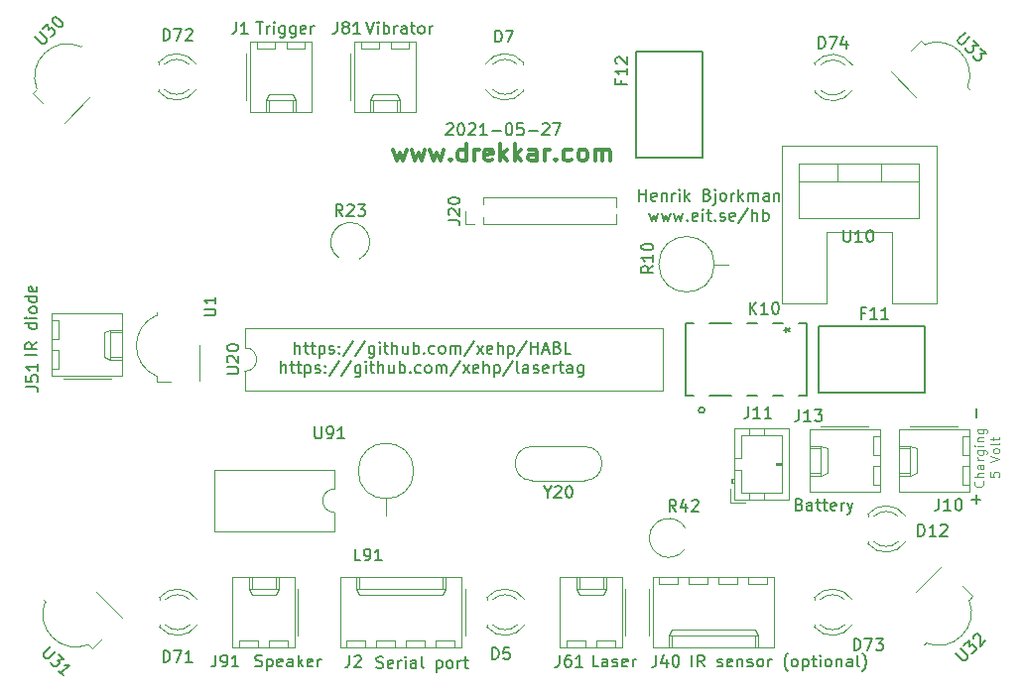
<source format=gbr>
G04 #@! TF.GenerationSoftware,KiCad,Pcbnew,5.1.5+dfsg1-2build2*
G04 #@! TF.CreationDate,2021-05-27T17:25:40+02:00*
G04 #@! TF.ProjectId,board,626f6172-642e-46b6-9963-61645f706362,rev?*
G04 #@! TF.SameCoordinates,Original*
G04 #@! TF.FileFunction,Legend,Top*
G04 #@! TF.FilePolarity,Positive*
%FSLAX46Y46*%
G04 Gerber Fmt 4.6, Leading zero omitted, Abs format (unit mm)*
G04 Created by KiCad (PCBNEW 5.1.5+dfsg1-2build2) date 2021-05-27 17:25:40*
%MOMM*%
%LPD*%
G04 APERTURE LIST*
%ADD10C,0.150000*%
%ADD11C,0.200000*%
%ADD12C,0.120000*%
%ADD13C,0.170000*%
%ADD14C,0.300000*%
%ADD15C,0.152400*%
G04 APERTURE END LIST*
D10*
X109086523Y-127770380D02*
X109086523Y-126770380D01*
X109515095Y-127770380D02*
X109515095Y-127246571D01*
X109467476Y-127151333D01*
X109372238Y-127103714D01*
X109229380Y-127103714D01*
X109134142Y-127151333D01*
X109086523Y-127198952D01*
X109848428Y-127103714D02*
X110229380Y-127103714D01*
X109991285Y-126770380D02*
X109991285Y-127627523D01*
X110038904Y-127722761D01*
X110134142Y-127770380D01*
X110229380Y-127770380D01*
X110419857Y-127103714D02*
X110800809Y-127103714D01*
X110562714Y-126770380D02*
X110562714Y-127627523D01*
X110610333Y-127722761D01*
X110705571Y-127770380D01*
X110800809Y-127770380D01*
X111134142Y-127103714D02*
X111134142Y-128103714D01*
X111134142Y-127151333D02*
X111229380Y-127103714D01*
X111419857Y-127103714D01*
X111515095Y-127151333D01*
X111562714Y-127198952D01*
X111610333Y-127294190D01*
X111610333Y-127579904D01*
X111562714Y-127675142D01*
X111515095Y-127722761D01*
X111419857Y-127770380D01*
X111229380Y-127770380D01*
X111134142Y-127722761D01*
X111991285Y-127722761D02*
X112086523Y-127770380D01*
X112277000Y-127770380D01*
X112372238Y-127722761D01*
X112419857Y-127627523D01*
X112419857Y-127579904D01*
X112372238Y-127484666D01*
X112277000Y-127437047D01*
X112134142Y-127437047D01*
X112038904Y-127389428D01*
X111991285Y-127294190D01*
X111991285Y-127246571D01*
X112038904Y-127151333D01*
X112134142Y-127103714D01*
X112277000Y-127103714D01*
X112372238Y-127151333D01*
X112848428Y-127675142D02*
X112896047Y-127722761D01*
X112848428Y-127770380D01*
X112800809Y-127722761D01*
X112848428Y-127675142D01*
X112848428Y-127770380D01*
X112848428Y-127151333D02*
X112896047Y-127198952D01*
X112848428Y-127246571D01*
X112800809Y-127198952D01*
X112848428Y-127151333D01*
X112848428Y-127246571D01*
X114038904Y-126722761D02*
X113181761Y-128008476D01*
X115086523Y-126722761D02*
X114229380Y-128008476D01*
X115848428Y-127103714D02*
X115848428Y-127913238D01*
X115800809Y-128008476D01*
X115753190Y-128056095D01*
X115657952Y-128103714D01*
X115515095Y-128103714D01*
X115419857Y-128056095D01*
X115848428Y-127722761D02*
X115753190Y-127770380D01*
X115562714Y-127770380D01*
X115467476Y-127722761D01*
X115419857Y-127675142D01*
X115372238Y-127579904D01*
X115372238Y-127294190D01*
X115419857Y-127198952D01*
X115467476Y-127151333D01*
X115562714Y-127103714D01*
X115753190Y-127103714D01*
X115848428Y-127151333D01*
X116324619Y-127770380D02*
X116324619Y-127103714D01*
X116324619Y-126770380D02*
X116277000Y-126818000D01*
X116324619Y-126865619D01*
X116372238Y-126818000D01*
X116324619Y-126770380D01*
X116324619Y-126865619D01*
X116657952Y-127103714D02*
X117038904Y-127103714D01*
X116800809Y-126770380D02*
X116800809Y-127627523D01*
X116848428Y-127722761D01*
X116943666Y-127770380D01*
X117038904Y-127770380D01*
X117372238Y-127770380D02*
X117372238Y-126770380D01*
X117800809Y-127770380D02*
X117800809Y-127246571D01*
X117753190Y-127151333D01*
X117657952Y-127103714D01*
X117515095Y-127103714D01*
X117419857Y-127151333D01*
X117372238Y-127198952D01*
X118705571Y-127103714D02*
X118705571Y-127770380D01*
X118277000Y-127103714D02*
X118277000Y-127627523D01*
X118324619Y-127722761D01*
X118419857Y-127770380D01*
X118562714Y-127770380D01*
X118657952Y-127722761D01*
X118705571Y-127675142D01*
X119181761Y-127770380D02*
X119181761Y-126770380D01*
X119181761Y-127151333D02*
X119277000Y-127103714D01*
X119467476Y-127103714D01*
X119562714Y-127151333D01*
X119610333Y-127198952D01*
X119657952Y-127294190D01*
X119657952Y-127579904D01*
X119610333Y-127675142D01*
X119562714Y-127722761D01*
X119467476Y-127770380D01*
X119277000Y-127770380D01*
X119181761Y-127722761D01*
X120086523Y-127675142D02*
X120134142Y-127722761D01*
X120086523Y-127770380D01*
X120038904Y-127722761D01*
X120086523Y-127675142D01*
X120086523Y-127770380D01*
X120991285Y-127722761D02*
X120896047Y-127770380D01*
X120705571Y-127770380D01*
X120610333Y-127722761D01*
X120562714Y-127675142D01*
X120515095Y-127579904D01*
X120515095Y-127294190D01*
X120562714Y-127198952D01*
X120610333Y-127151333D01*
X120705571Y-127103714D01*
X120896047Y-127103714D01*
X120991285Y-127151333D01*
X121562714Y-127770380D02*
X121467476Y-127722761D01*
X121419857Y-127675142D01*
X121372238Y-127579904D01*
X121372238Y-127294190D01*
X121419857Y-127198952D01*
X121467476Y-127151333D01*
X121562714Y-127103714D01*
X121705571Y-127103714D01*
X121800809Y-127151333D01*
X121848428Y-127198952D01*
X121896047Y-127294190D01*
X121896047Y-127579904D01*
X121848428Y-127675142D01*
X121800809Y-127722761D01*
X121705571Y-127770380D01*
X121562714Y-127770380D01*
X122324619Y-127770380D02*
X122324619Y-127103714D01*
X122324619Y-127198952D02*
X122372238Y-127151333D01*
X122467476Y-127103714D01*
X122610333Y-127103714D01*
X122705571Y-127151333D01*
X122753190Y-127246571D01*
X122753190Y-127770380D01*
X122753190Y-127246571D02*
X122800809Y-127151333D01*
X122896047Y-127103714D01*
X123038904Y-127103714D01*
X123134142Y-127151333D01*
X123181761Y-127246571D01*
X123181761Y-127770380D01*
X124372238Y-126722761D02*
X123515095Y-128008476D01*
X124610333Y-127770380D02*
X125134142Y-127103714D01*
X124610333Y-127103714D02*
X125134142Y-127770380D01*
X125896047Y-127722761D02*
X125800809Y-127770380D01*
X125610333Y-127770380D01*
X125515095Y-127722761D01*
X125467476Y-127627523D01*
X125467476Y-127246571D01*
X125515095Y-127151333D01*
X125610333Y-127103714D01*
X125800809Y-127103714D01*
X125896047Y-127151333D01*
X125943666Y-127246571D01*
X125943666Y-127341809D01*
X125467476Y-127437047D01*
X126372238Y-127770380D02*
X126372238Y-126770380D01*
X126800809Y-127770380D02*
X126800809Y-127246571D01*
X126753190Y-127151333D01*
X126657952Y-127103714D01*
X126515095Y-127103714D01*
X126419857Y-127151333D01*
X126372238Y-127198952D01*
X127277000Y-127103714D02*
X127277000Y-128103714D01*
X127277000Y-127151333D02*
X127372238Y-127103714D01*
X127562714Y-127103714D01*
X127657952Y-127151333D01*
X127705571Y-127198952D01*
X127753190Y-127294190D01*
X127753190Y-127579904D01*
X127705571Y-127675142D01*
X127657952Y-127722761D01*
X127562714Y-127770380D01*
X127372238Y-127770380D01*
X127277000Y-127722761D01*
X128896047Y-126722761D02*
X128038904Y-128008476D01*
X129229380Y-127770380D02*
X129229380Y-126770380D01*
X129229380Y-127246571D02*
X129800809Y-127246571D01*
X129800809Y-127770380D02*
X129800809Y-126770380D01*
X130229380Y-127484666D02*
X130705571Y-127484666D01*
X130134142Y-127770380D02*
X130467476Y-126770380D01*
X130800809Y-127770380D01*
X131467476Y-127246571D02*
X131610333Y-127294190D01*
X131657952Y-127341809D01*
X131705571Y-127437047D01*
X131705571Y-127579904D01*
X131657952Y-127675142D01*
X131610333Y-127722761D01*
X131515095Y-127770380D01*
X131134142Y-127770380D01*
X131134142Y-126770380D01*
X131467476Y-126770380D01*
X131562714Y-126818000D01*
X131610333Y-126865619D01*
X131657952Y-126960857D01*
X131657952Y-127056095D01*
X131610333Y-127151333D01*
X131562714Y-127198952D01*
X131467476Y-127246571D01*
X131134142Y-127246571D01*
X132610333Y-127770380D02*
X132134142Y-127770380D01*
X132134142Y-126770380D01*
X107896047Y-129420380D02*
X107896047Y-128420380D01*
X108324619Y-129420380D02*
X108324619Y-128896571D01*
X108276999Y-128801333D01*
X108181761Y-128753714D01*
X108038904Y-128753714D01*
X107943666Y-128801333D01*
X107896047Y-128848952D01*
X108657952Y-128753714D02*
X109038904Y-128753714D01*
X108800809Y-128420380D02*
X108800809Y-129277523D01*
X108848428Y-129372761D01*
X108943666Y-129420380D01*
X109038904Y-129420380D01*
X109229380Y-128753714D02*
X109610333Y-128753714D01*
X109372238Y-128420380D02*
X109372238Y-129277523D01*
X109419857Y-129372761D01*
X109515095Y-129420380D01*
X109610333Y-129420380D01*
X109943666Y-128753714D02*
X109943666Y-129753714D01*
X109943666Y-128801333D02*
X110038904Y-128753714D01*
X110229380Y-128753714D01*
X110324619Y-128801333D01*
X110372238Y-128848952D01*
X110419857Y-128944190D01*
X110419857Y-129229904D01*
X110372238Y-129325142D01*
X110324619Y-129372761D01*
X110229380Y-129420380D01*
X110038904Y-129420380D01*
X109943666Y-129372761D01*
X110800809Y-129372761D02*
X110896047Y-129420380D01*
X111086523Y-129420380D01*
X111181761Y-129372761D01*
X111229380Y-129277523D01*
X111229380Y-129229904D01*
X111181761Y-129134666D01*
X111086523Y-129087047D01*
X110943666Y-129087047D01*
X110848428Y-129039428D01*
X110800809Y-128944190D01*
X110800809Y-128896571D01*
X110848428Y-128801333D01*
X110943666Y-128753714D01*
X111086523Y-128753714D01*
X111181761Y-128801333D01*
X111657952Y-129325142D02*
X111705571Y-129372761D01*
X111657952Y-129420380D01*
X111610333Y-129372761D01*
X111657952Y-129325142D01*
X111657952Y-129420380D01*
X111657952Y-128801333D02*
X111705571Y-128848952D01*
X111657952Y-128896571D01*
X111610333Y-128848952D01*
X111657952Y-128801333D01*
X111657952Y-128896571D01*
X112848428Y-128372761D02*
X111991285Y-129658476D01*
X113896047Y-128372761D02*
X113038904Y-129658476D01*
X114657952Y-128753714D02*
X114657952Y-129563238D01*
X114610333Y-129658476D01*
X114562714Y-129706095D01*
X114467476Y-129753714D01*
X114324619Y-129753714D01*
X114229380Y-129706095D01*
X114657952Y-129372761D02*
X114562714Y-129420380D01*
X114372238Y-129420380D01*
X114276999Y-129372761D01*
X114229380Y-129325142D01*
X114181761Y-129229904D01*
X114181761Y-128944190D01*
X114229380Y-128848952D01*
X114276999Y-128801333D01*
X114372238Y-128753714D01*
X114562714Y-128753714D01*
X114657952Y-128801333D01*
X115134142Y-129420380D02*
X115134142Y-128753714D01*
X115134142Y-128420380D02*
X115086523Y-128468000D01*
X115134142Y-128515619D01*
X115181761Y-128468000D01*
X115134142Y-128420380D01*
X115134142Y-128515619D01*
X115467476Y-128753714D02*
X115848428Y-128753714D01*
X115610333Y-128420380D02*
X115610333Y-129277523D01*
X115657952Y-129372761D01*
X115753190Y-129420380D01*
X115848428Y-129420380D01*
X116181761Y-129420380D02*
X116181761Y-128420380D01*
X116610333Y-129420380D02*
X116610333Y-128896571D01*
X116562714Y-128801333D01*
X116467476Y-128753714D01*
X116324619Y-128753714D01*
X116229380Y-128801333D01*
X116181761Y-128848952D01*
X117515095Y-128753714D02*
X117515095Y-129420380D01*
X117086523Y-128753714D02*
X117086523Y-129277523D01*
X117134142Y-129372761D01*
X117229380Y-129420380D01*
X117372238Y-129420380D01*
X117467476Y-129372761D01*
X117515095Y-129325142D01*
X117991285Y-129420380D02*
X117991285Y-128420380D01*
X117991285Y-128801333D02*
X118086523Y-128753714D01*
X118277000Y-128753714D01*
X118372238Y-128801333D01*
X118419857Y-128848952D01*
X118467476Y-128944190D01*
X118467476Y-129229904D01*
X118419857Y-129325142D01*
X118372238Y-129372761D01*
X118277000Y-129420380D01*
X118086523Y-129420380D01*
X117991285Y-129372761D01*
X118896047Y-129325142D02*
X118943666Y-129372761D01*
X118896047Y-129420380D01*
X118848428Y-129372761D01*
X118896047Y-129325142D01*
X118896047Y-129420380D01*
X119800809Y-129372761D02*
X119705571Y-129420380D01*
X119515095Y-129420380D01*
X119419857Y-129372761D01*
X119372238Y-129325142D01*
X119324619Y-129229904D01*
X119324619Y-128944190D01*
X119372238Y-128848952D01*
X119419857Y-128801333D01*
X119515095Y-128753714D01*
X119705571Y-128753714D01*
X119800809Y-128801333D01*
X120372238Y-129420380D02*
X120276999Y-129372761D01*
X120229380Y-129325142D01*
X120181761Y-129229904D01*
X120181761Y-128944190D01*
X120229380Y-128848952D01*
X120276999Y-128801333D01*
X120372238Y-128753714D01*
X120515095Y-128753714D01*
X120610333Y-128801333D01*
X120657952Y-128848952D01*
X120705571Y-128944190D01*
X120705571Y-129229904D01*
X120657952Y-129325142D01*
X120610333Y-129372761D01*
X120515095Y-129420380D01*
X120372238Y-129420380D01*
X121134142Y-129420380D02*
X121134142Y-128753714D01*
X121134142Y-128848952D02*
X121181761Y-128801333D01*
X121276999Y-128753714D01*
X121419857Y-128753714D01*
X121515095Y-128801333D01*
X121562714Y-128896571D01*
X121562714Y-129420380D01*
X121562714Y-128896571D02*
X121610333Y-128801333D01*
X121705571Y-128753714D01*
X121848428Y-128753714D01*
X121943666Y-128801333D01*
X121991285Y-128896571D01*
X121991285Y-129420380D01*
X123181761Y-128372761D02*
X122324619Y-129658476D01*
X123419857Y-129420380D02*
X123943666Y-128753714D01*
X123419857Y-128753714D02*
X123943666Y-129420380D01*
X124705571Y-129372761D02*
X124610333Y-129420380D01*
X124419857Y-129420380D01*
X124324619Y-129372761D01*
X124276999Y-129277523D01*
X124276999Y-128896571D01*
X124324619Y-128801333D01*
X124419857Y-128753714D01*
X124610333Y-128753714D01*
X124705571Y-128801333D01*
X124753190Y-128896571D01*
X124753190Y-128991809D01*
X124276999Y-129087047D01*
X125181761Y-129420380D02*
X125181761Y-128420380D01*
X125610333Y-129420380D02*
X125610333Y-128896571D01*
X125562714Y-128801333D01*
X125467476Y-128753714D01*
X125324619Y-128753714D01*
X125229380Y-128801333D01*
X125181761Y-128848952D01*
X126086523Y-128753714D02*
X126086523Y-129753714D01*
X126086523Y-128801333D02*
X126181761Y-128753714D01*
X126372238Y-128753714D01*
X126467476Y-128801333D01*
X126515095Y-128848952D01*
X126562714Y-128944190D01*
X126562714Y-129229904D01*
X126515095Y-129325142D01*
X126467476Y-129372761D01*
X126372238Y-129420380D01*
X126181761Y-129420380D01*
X126086523Y-129372761D01*
X127705571Y-128372761D02*
X126848428Y-129658476D01*
X128181761Y-129420380D02*
X128086523Y-129372761D01*
X128038904Y-129277523D01*
X128038904Y-128420380D01*
X128991285Y-129420380D02*
X128991285Y-128896571D01*
X128943666Y-128801333D01*
X128848428Y-128753714D01*
X128657952Y-128753714D01*
X128562714Y-128801333D01*
X128991285Y-129372761D02*
X128896047Y-129420380D01*
X128657952Y-129420380D01*
X128562714Y-129372761D01*
X128515095Y-129277523D01*
X128515095Y-129182285D01*
X128562714Y-129087047D01*
X128657952Y-129039428D01*
X128896047Y-129039428D01*
X128991285Y-128991809D01*
X129419857Y-129372761D02*
X129515095Y-129420380D01*
X129705571Y-129420380D01*
X129800809Y-129372761D01*
X129848428Y-129277523D01*
X129848428Y-129229904D01*
X129800809Y-129134666D01*
X129705571Y-129087047D01*
X129562714Y-129087047D01*
X129467476Y-129039428D01*
X129419857Y-128944190D01*
X129419857Y-128896571D01*
X129467476Y-128801333D01*
X129562714Y-128753714D01*
X129705571Y-128753714D01*
X129800809Y-128801333D01*
X130657952Y-129372761D02*
X130562714Y-129420380D01*
X130372238Y-129420380D01*
X130276999Y-129372761D01*
X130229380Y-129277523D01*
X130229380Y-128896571D01*
X130276999Y-128801333D01*
X130372238Y-128753714D01*
X130562714Y-128753714D01*
X130657952Y-128801333D01*
X130705571Y-128896571D01*
X130705571Y-128991809D01*
X130229380Y-129087047D01*
X131134142Y-129420380D02*
X131134142Y-128753714D01*
X131134142Y-128944190D02*
X131181761Y-128848952D01*
X131229380Y-128801333D01*
X131324619Y-128753714D01*
X131419857Y-128753714D01*
X131610333Y-128753714D02*
X131991285Y-128753714D01*
X131753190Y-128420380D02*
X131753190Y-129277523D01*
X131800809Y-129372761D01*
X131896047Y-129420380D01*
X131991285Y-129420380D01*
X132753190Y-129420380D02*
X132753190Y-128896571D01*
X132705571Y-128801333D01*
X132610333Y-128753714D01*
X132419857Y-128753714D01*
X132324619Y-128801333D01*
X132753190Y-129372761D02*
X132657952Y-129420380D01*
X132419857Y-129420380D01*
X132324619Y-129372761D01*
X132276999Y-129277523D01*
X132276999Y-129182285D01*
X132324619Y-129087047D01*
X132419857Y-129039428D01*
X132657952Y-129039428D01*
X132753190Y-128991809D01*
X133657952Y-128753714D02*
X133657952Y-129563238D01*
X133610333Y-129658476D01*
X133562714Y-129706095D01*
X133467476Y-129753714D01*
X133324619Y-129753714D01*
X133229380Y-129706095D01*
X133657952Y-129372761D02*
X133562714Y-129420380D01*
X133372238Y-129420380D01*
X133276999Y-129372761D01*
X133229380Y-129325142D01*
X133181761Y-129229904D01*
X133181761Y-128944190D01*
X133229380Y-128848952D01*
X133276999Y-128801333D01*
X133372238Y-128753714D01*
X133562714Y-128753714D01*
X133657952Y-128801333D01*
D11*
X138448809Y-114727380D02*
X138448809Y-113727380D01*
X138448809Y-114203571D02*
X139020238Y-114203571D01*
X139020238Y-114727380D02*
X139020238Y-113727380D01*
X139877380Y-114679761D02*
X139782142Y-114727380D01*
X139591666Y-114727380D01*
X139496428Y-114679761D01*
X139448809Y-114584523D01*
X139448809Y-114203571D01*
X139496428Y-114108333D01*
X139591666Y-114060714D01*
X139782142Y-114060714D01*
X139877380Y-114108333D01*
X139925000Y-114203571D01*
X139925000Y-114298809D01*
X139448809Y-114394047D01*
X140353571Y-114060714D02*
X140353571Y-114727380D01*
X140353571Y-114155952D02*
X140401190Y-114108333D01*
X140496428Y-114060714D01*
X140639285Y-114060714D01*
X140734523Y-114108333D01*
X140782142Y-114203571D01*
X140782142Y-114727380D01*
X141258333Y-114727380D02*
X141258333Y-114060714D01*
X141258333Y-114251190D02*
X141305952Y-114155952D01*
X141353571Y-114108333D01*
X141448809Y-114060714D01*
X141544047Y-114060714D01*
X141877380Y-114727380D02*
X141877380Y-114060714D01*
X141877380Y-113727380D02*
X141829761Y-113775000D01*
X141877380Y-113822619D01*
X141925000Y-113775000D01*
X141877380Y-113727380D01*
X141877380Y-113822619D01*
X142353571Y-114727380D02*
X142353571Y-113727380D01*
X142448809Y-114346428D02*
X142734523Y-114727380D01*
X142734523Y-114060714D02*
X142353571Y-114441666D01*
X144258333Y-114203571D02*
X144401190Y-114251190D01*
X144448809Y-114298809D01*
X144496428Y-114394047D01*
X144496428Y-114536904D01*
X144448809Y-114632142D01*
X144401190Y-114679761D01*
X144305952Y-114727380D01*
X143925000Y-114727380D01*
X143925000Y-113727380D01*
X144258333Y-113727380D01*
X144353571Y-113775000D01*
X144401190Y-113822619D01*
X144448809Y-113917857D01*
X144448809Y-114013095D01*
X144401190Y-114108333D01*
X144353571Y-114155952D01*
X144258333Y-114203571D01*
X143925000Y-114203571D01*
X144925000Y-114060714D02*
X144925000Y-114917857D01*
X144877380Y-115013095D01*
X144782142Y-115060714D01*
X144734523Y-115060714D01*
X144925000Y-113727380D02*
X144877380Y-113775000D01*
X144925000Y-113822619D01*
X144972619Y-113775000D01*
X144925000Y-113727380D01*
X144925000Y-113822619D01*
X145544047Y-114727380D02*
X145448809Y-114679761D01*
X145401190Y-114632142D01*
X145353571Y-114536904D01*
X145353571Y-114251190D01*
X145401190Y-114155952D01*
X145448809Y-114108333D01*
X145544047Y-114060714D01*
X145686904Y-114060714D01*
X145782142Y-114108333D01*
X145829761Y-114155952D01*
X145877380Y-114251190D01*
X145877380Y-114536904D01*
X145829761Y-114632142D01*
X145782142Y-114679761D01*
X145686904Y-114727380D01*
X145544047Y-114727380D01*
X146305952Y-114727380D02*
X146305952Y-114060714D01*
X146305952Y-114251190D02*
X146353571Y-114155952D01*
X146401190Y-114108333D01*
X146496428Y-114060714D01*
X146591666Y-114060714D01*
X146925000Y-114727380D02*
X146925000Y-113727380D01*
X147020238Y-114346428D02*
X147305952Y-114727380D01*
X147305952Y-114060714D02*
X146925000Y-114441666D01*
X147734523Y-114727380D02*
X147734523Y-114060714D01*
X147734523Y-114155952D02*
X147782142Y-114108333D01*
X147877380Y-114060714D01*
X148020238Y-114060714D01*
X148115476Y-114108333D01*
X148163095Y-114203571D01*
X148163095Y-114727380D01*
X148163095Y-114203571D02*
X148210714Y-114108333D01*
X148305952Y-114060714D01*
X148448809Y-114060714D01*
X148544047Y-114108333D01*
X148591666Y-114203571D01*
X148591666Y-114727380D01*
X149496428Y-114727380D02*
X149496428Y-114203571D01*
X149448809Y-114108333D01*
X149353571Y-114060714D01*
X149163095Y-114060714D01*
X149067857Y-114108333D01*
X149496428Y-114679761D02*
X149401190Y-114727380D01*
X149163095Y-114727380D01*
X149067857Y-114679761D01*
X149020238Y-114584523D01*
X149020238Y-114489285D01*
X149067857Y-114394047D01*
X149163095Y-114346428D01*
X149401190Y-114346428D01*
X149496428Y-114298809D01*
X149972619Y-114060714D02*
X149972619Y-114727380D01*
X149972619Y-114155952D02*
X150020238Y-114108333D01*
X150115476Y-114060714D01*
X150258333Y-114060714D01*
X150353571Y-114108333D01*
X150401190Y-114203571D01*
X150401190Y-114727380D01*
X139305952Y-115760714D02*
X139496428Y-116427380D01*
X139686904Y-115951190D01*
X139877380Y-116427380D01*
X140067857Y-115760714D01*
X140353571Y-115760714D02*
X140544047Y-116427380D01*
X140734523Y-115951190D01*
X140925000Y-116427380D01*
X141115476Y-115760714D01*
X141401190Y-115760714D02*
X141591666Y-116427380D01*
X141782142Y-115951190D01*
X141972619Y-116427380D01*
X142163095Y-115760714D01*
X142544047Y-116332142D02*
X142591666Y-116379761D01*
X142544047Y-116427380D01*
X142496428Y-116379761D01*
X142544047Y-116332142D01*
X142544047Y-116427380D01*
X143401190Y-116379761D02*
X143305952Y-116427380D01*
X143115476Y-116427380D01*
X143020238Y-116379761D01*
X142972619Y-116284523D01*
X142972619Y-115903571D01*
X143020238Y-115808333D01*
X143115476Y-115760714D01*
X143305952Y-115760714D01*
X143401190Y-115808333D01*
X143448809Y-115903571D01*
X143448809Y-115998809D01*
X142972619Y-116094047D01*
X143877380Y-116427380D02*
X143877380Y-115760714D01*
X143877380Y-115427380D02*
X143829761Y-115475000D01*
X143877380Y-115522619D01*
X143925000Y-115475000D01*
X143877380Y-115427380D01*
X143877380Y-115522619D01*
X144210714Y-115760714D02*
X144591666Y-115760714D01*
X144353571Y-115427380D02*
X144353571Y-116284523D01*
X144401190Y-116379761D01*
X144496428Y-116427380D01*
X144591666Y-116427380D01*
X144924999Y-116332142D02*
X144972619Y-116379761D01*
X144924999Y-116427380D01*
X144877380Y-116379761D01*
X144924999Y-116332142D01*
X144924999Y-116427380D01*
X145353571Y-116379761D02*
X145448809Y-116427380D01*
X145639285Y-116427380D01*
X145734523Y-116379761D01*
X145782142Y-116284523D01*
X145782142Y-116236904D01*
X145734523Y-116141666D01*
X145639285Y-116094047D01*
X145496428Y-116094047D01*
X145401190Y-116046428D01*
X145353571Y-115951190D01*
X145353571Y-115903571D01*
X145401190Y-115808333D01*
X145496428Y-115760714D01*
X145639285Y-115760714D01*
X145734523Y-115808333D01*
X146591666Y-116379761D02*
X146496428Y-116427380D01*
X146305952Y-116427380D01*
X146210714Y-116379761D01*
X146163095Y-116284523D01*
X146163095Y-115903571D01*
X146210714Y-115808333D01*
X146305952Y-115760714D01*
X146496428Y-115760714D01*
X146591666Y-115808333D01*
X146639285Y-115903571D01*
X146639285Y-115998809D01*
X146163095Y-116094047D01*
X147782142Y-115379761D02*
X146924999Y-116665476D01*
X148115476Y-116427380D02*
X148115476Y-115427380D01*
X148544047Y-116427380D02*
X148544047Y-115903571D01*
X148496428Y-115808333D01*
X148401190Y-115760714D01*
X148258333Y-115760714D01*
X148163095Y-115808333D01*
X148115476Y-115855952D01*
X149020238Y-116427380D02*
X149020238Y-115427380D01*
X149020238Y-115808333D02*
X149115476Y-115760714D01*
X149305952Y-115760714D01*
X149401190Y-115808333D01*
X149448809Y-115855952D01*
X149496428Y-115951190D01*
X149496428Y-116236904D01*
X149448809Y-116332142D01*
X149401190Y-116379761D01*
X149305952Y-116427380D01*
X149115476Y-116427380D01*
X149020238Y-116379761D01*
X167203428Y-133222952D02*
X167203428Y-132461047D01*
D12*
X167773714Y-138652000D02*
X167811809Y-138690095D01*
X167849904Y-138804380D01*
X167849904Y-138880571D01*
X167811809Y-138994857D01*
X167735619Y-139071047D01*
X167659428Y-139109142D01*
X167507047Y-139147238D01*
X167392761Y-139147238D01*
X167240380Y-139109142D01*
X167164190Y-139071047D01*
X167088000Y-138994857D01*
X167049904Y-138880571D01*
X167049904Y-138804380D01*
X167088000Y-138690095D01*
X167126095Y-138652000D01*
X167849904Y-138309142D02*
X167049904Y-138309142D01*
X167849904Y-137966285D02*
X167430857Y-137966285D01*
X167354666Y-138004380D01*
X167316571Y-138080571D01*
X167316571Y-138194857D01*
X167354666Y-138271047D01*
X167392761Y-138309142D01*
X167849904Y-137242476D02*
X167430857Y-137242476D01*
X167354666Y-137280571D01*
X167316571Y-137356761D01*
X167316571Y-137509142D01*
X167354666Y-137585333D01*
X167811809Y-137242476D02*
X167849904Y-137318666D01*
X167849904Y-137509142D01*
X167811809Y-137585333D01*
X167735619Y-137623428D01*
X167659428Y-137623428D01*
X167583238Y-137585333D01*
X167545142Y-137509142D01*
X167545142Y-137318666D01*
X167507047Y-137242476D01*
X167849904Y-136861523D02*
X167316571Y-136861523D01*
X167468952Y-136861523D02*
X167392761Y-136823428D01*
X167354666Y-136785333D01*
X167316571Y-136709142D01*
X167316571Y-136632952D01*
X167316571Y-136023428D02*
X167964190Y-136023428D01*
X168040380Y-136061523D01*
X168078476Y-136099619D01*
X168116571Y-136175809D01*
X168116571Y-136290095D01*
X168078476Y-136366285D01*
X167811809Y-136023428D02*
X167849904Y-136099619D01*
X167849904Y-136252000D01*
X167811809Y-136328190D01*
X167773714Y-136366285D01*
X167697523Y-136404380D01*
X167468952Y-136404380D01*
X167392761Y-136366285D01*
X167354666Y-136328190D01*
X167316571Y-136252000D01*
X167316571Y-136099619D01*
X167354666Y-136023428D01*
X167849904Y-135642476D02*
X167316571Y-135642476D01*
X167049904Y-135642476D02*
X167088000Y-135680571D01*
X167126095Y-135642476D01*
X167088000Y-135604380D01*
X167049904Y-135642476D01*
X167126095Y-135642476D01*
X167316571Y-135261523D02*
X167849904Y-135261523D01*
X167392761Y-135261523D02*
X167354666Y-135223428D01*
X167316571Y-135147238D01*
X167316571Y-135032952D01*
X167354666Y-134956761D01*
X167430857Y-134918666D01*
X167849904Y-134918666D01*
X167316571Y-134194857D02*
X167964190Y-134194857D01*
X168040380Y-134232952D01*
X168078476Y-134271047D01*
X168116571Y-134347238D01*
X168116571Y-134461523D01*
X168078476Y-134537714D01*
X167811809Y-134194857D02*
X167849904Y-134271047D01*
X167849904Y-134423428D01*
X167811809Y-134499619D01*
X167773714Y-134537714D01*
X167697523Y-134575809D01*
X167468952Y-134575809D01*
X167392761Y-134537714D01*
X167354666Y-134499619D01*
X167316571Y-134423428D01*
X167316571Y-134271047D01*
X167354666Y-134194857D01*
X168369904Y-137909142D02*
X168369904Y-138290095D01*
X168750857Y-138328190D01*
X168712761Y-138290095D01*
X168674666Y-138213904D01*
X168674666Y-138023428D01*
X168712761Y-137947238D01*
X168750857Y-137909142D01*
X168827047Y-137871047D01*
X169017523Y-137871047D01*
X169093714Y-137909142D01*
X169131809Y-137947238D01*
X169169904Y-138023428D01*
X169169904Y-138213904D01*
X169131809Y-138290095D01*
X169093714Y-138328190D01*
X168369904Y-137032952D02*
X169169904Y-136766285D01*
X168369904Y-136499619D01*
X169169904Y-136118666D02*
X169131809Y-136194857D01*
X169093714Y-136232952D01*
X169017523Y-136271047D01*
X168788952Y-136271047D01*
X168712761Y-136232952D01*
X168674666Y-136194857D01*
X168636571Y-136118666D01*
X168636571Y-136004380D01*
X168674666Y-135928190D01*
X168712761Y-135890095D01*
X168788952Y-135852000D01*
X169017523Y-135852000D01*
X169093714Y-135890095D01*
X169131809Y-135928190D01*
X169169904Y-136004380D01*
X169169904Y-136118666D01*
X169169904Y-135394857D02*
X169131809Y-135471047D01*
X169055619Y-135509142D01*
X168369904Y-135509142D01*
X168636571Y-135204380D02*
X168636571Y-134899619D01*
X168369904Y-135090095D02*
X169055619Y-135090095D01*
X169131809Y-135052000D01*
X169169904Y-134975809D01*
X169169904Y-134899619D01*
D13*
X152106571Y-140644571D02*
X152249428Y-140692190D01*
X152297047Y-140739809D01*
X152344666Y-140835047D01*
X152344666Y-140977904D01*
X152297047Y-141073142D01*
X152249428Y-141120761D01*
X152154190Y-141168380D01*
X151773238Y-141168380D01*
X151773238Y-140168380D01*
X152106571Y-140168380D01*
X152201809Y-140216000D01*
X152249428Y-140263619D01*
X152297047Y-140358857D01*
X152297047Y-140454095D01*
X152249428Y-140549333D01*
X152201809Y-140596952D01*
X152106571Y-140644571D01*
X151773238Y-140644571D01*
X153201809Y-141168380D02*
X153201809Y-140644571D01*
X153154190Y-140549333D01*
X153058952Y-140501714D01*
X152868476Y-140501714D01*
X152773238Y-140549333D01*
X153201809Y-141120761D02*
X153106571Y-141168380D01*
X152868476Y-141168380D01*
X152773238Y-141120761D01*
X152725619Y-141025523D01*
X152725619Y-140930285D01*
X152773238Y-140835047D01*
X152868476Y-140787428D01*
X153106571Y-140787428D01*
X153201809Y-140739809D01*
X153535142Y-140501714D02*
X153916095Y-140501714D01*
X153678000Y-140168380D02*
X153678000Y-141025523D01*
X153725619Y-141120761D01*
X153820857Y-141168380D01*
X153916095Y-141168380D01*
X154106571Y-140501714D02*
X154487523Y-140501714D01*
X154249428Y-140168380D02*
X154249428Y-141025523D01*
X154297047Y-141120761D01*
X154392285Y-141168380D01*
X154487523Y-141168380D01*
X155201809Y-141120761D02*
X155106571Y-141168380D01*
X154916095Y-141168380D01*
X154820857Y-141120761D01*
X154773238Y-141025523D01*
X154773238Y-140644571D01*
X154820857Y-140549333D01*
X154916095Y-140501714D01*
X155106571Y-140501714D01*
X155201809Y-140549333D01*
X155249428Y-140644571D01*
X155249428Y-140739809D01*
X154773238Y-140835047D01*
X155678000Y-141168380D02*
X155678000Y-140501714D01*
X155678000Y-140692190D02*
X155725619Y-140596952D01*
X155773238Y-140549333D01*
X155868476Y-140501714D01*
X155963714Y-140501714D01*
X156201809Y-140501714D02*
X156439904Y-141168380D01*
X156678000Y-140501714D02*
X156439904Y-141168380D01*
X156344666Y-141406476D01*
X156297047Y-141454095D01*
X156201809Y-141501714D01*
D11*
X167203428Y-140588952D02*
X167203428Y-139827047D01*
X167584380Y-140208000D02*
X166822476Y-140208000D01*
D10*
X87066380Y-127872761D02*
X86066380Y-127872761D01*
X87066380Y-126825142D02*
X86590190Y-127158476D01*
X87066380Y-127396571D02*
X86066380Y-127396571D01*
X86066380Y-127015619D01*
X86114000Y-126920380D01*
X86161619Y-126872761D01*
X86256857Y-126825142D01*
X86399714Y-126825142D01*
X86494952Y-126872761D01*
X86542571Y-126920380D01*
X86590190Y-127015619D01*
X86590190Y-127396571D01*
X87066380Y-125206095D02*
X86066380Y-125206095D01*
X87018761Y-125206095D02*
X87066380Y-125301333D01*
X87066380Y-125491809D01*
X87018761Y-125587047D01*
X86971142Y-125634666D01*
X86875904Y-125682285D01*
X86590190Y-125682285D01*
X86494952Y-125634666D01*
X86447333Y-125587047D01*
X86399714Y-125491809D01*
X86399714Y-125301333D01*
X86447333Y-125206095D01*
X87066380Y-124729904D02*
X86399714Y-124729904D01*
X86066380Y-124729904D02*
X86114000Y-124777523D01*
X86161619Y-124729904D01*
X86114000Y-124682285D01*
X86066380Y-124729904D01*
X86161619Y-124729904D01*
X87066380Y-124110857D02*
X87018761Y-124206095D01*
X86971142Y-124253714D01*
X86875904Y-124301333D01*
X86590190Y-124301333D01*
X86494952Y-124253714D01*
X86447333Y-124206095D01*
X86399714Y-124110857D01*
X86399714Y-123968000D01*
X86447333Y-123872761D01*
X86494952Y-123825142D01*
X86590190Y-123777523D01*
X86875904Y-123777523D01*
X86971142Y-123825142D01*
X87018761Y-123872761D01*
X87066380Y-123968000D01*
X87066380Y-124110857D01*
X87066380Y-122920380D02*
X86066380Y-122920380D01*
X87018761Y-122920380D02*
X87066380Y-123015619D01*
X87066380Y-123206095D01*
X87018761Y-123301333D01*
X86971142Y-123348952D01*
X86875904Y-123396571D01*
X86590190Y-123396571D01*
X86494952Y-123348952D01*
X86447333Y-123301333D01*
X86399714Y-123206095D01*
X86399714Y-123015619D01*
X86447333Y-122920380D01*
X87018761Y-122063238D02*
X87066380Y-122158476D01*
X87066380Y-122348952D01*
X87018761Y-122444190D01*
X86923523Y-122491809D01*
X86542571Y-122491809D01*
X86447333Y-122444190D01*
X86399714Y-122348952D01*
X86399714Y-122158476D01*
X86447333Y-122063238D01*
X86542571Y-122015619D01*
X86637809Y-122015619D01*
X86733047Y-122491809D01*
X116030857Y-154582761D02*
X116173714Y-154630380D01*
X116411809Y-154630380D01*
X116507047Y-154582761D01*
X116554666Y-154535142D01*
X116602285Y-154439904D01*
X116602285Y-154344666D01*
X116554666Y-154249428D01*
X116507047Y-154201809D01*
X116411809Y-154154190D01*
X116221333Y-154106571D01*
X116126095Y-154058952D01*
X116078476Y-154011333D01*
X116030857Y-153916095D01*
X116030857Y-153820857D01*
X116078476Y-153725619D01*
X116126095Y-153678000D01*
X116221333Y-153630380D01*
X116459428Y-153630380D01*
X116602285Y-153678000D01*
X117411809Y-154582761D02*
X117316571Y-154630380D01*
X117126095Y-154630380D01*
X117030857Y-154582761D01*
X116983238Y-154487523D01*
X116983238Y-154106571D01*
X117030857Y-154011333D01*
X117126095Y-153963714D01*
X117316571Y-153963714D01*
X117411809Y-154011333D01*
X117459428Y-154106571D01*
X117459428Y-154201809D01*
X116983238Y-154297047D01*
X117888000Y-154630380D02*
X117888000Y-153963714D01*
X117888000Y-154154190D02*
X117935619Y-154058952D01*
X117983238Y-154011333D01*
X118078476Y-153963714D01*
X118173714Y-153963714D01*
X118507047Y-154630380D02*
X118507047Y-153963714D01*
X118507047Y-153630380D02*
X118459428Y-153678000D01*
X118507047Y-153725619D01*
X118554666Y-153678000D01*
X118507047Y-153630380D01*
X118507047Y-153725619D01*
X119411809Y-154630380D02*
X119411809Y-154106571D01*
X119364190Y-154011333D01*
X119268952Y-153963714D01*
X119078476Y-153963714D01*
X118983238Y-154011333D01*
X119411809Y-154582761D02*
X119316571Y-154630380D01*
X119078476Y-154630380D01*
X118983238Y-154582761D01*
X118935619Y-154487523D01*
X118935619Y-154392285D01*
X118983238Y-154297047D01*
X119078476Y-154249428D01*
X119316571Y-154249428D01*
X119411809Y-154201809D01*
X120030857Y-154630380D02*
X119935619Y-154582761D01*
X119888000Y-154487523D01*
X119888000Y-153630380D01*
X121173714Y-153963714D02*
X121173714Y-154963714D01*
X121173714Y-154011333D02*
X121268952Y-153963714D01*
X121459428Y-153963714D01*
X121554666Y-154011333D01*
X121602285Y-154058952D01*
X121649904Y-154154190D01*
X121649904Y-154439904D01*
X121602285Y-154535142D01*
X121554666Y-154582761D01*
X121459428Y-154630380D01*
X121268952Y-154630380D01*
X121173714Y-154582761D01*
X122221333Y-154630380D02*
X122126095Y-154582761D01*
X122078476Y-154535142D01*
X122030857Y-154439904D01*
X122030857Y-154154190D01*
X122078476Y-154058952D01*
X122126095Y-154011333D01*
X122221333Y-153963714D01*
X122364190Y-153963714D01*
X122459428Y-154011333D01*
X122507047Y-154058952D01*
X122554666Y-154154190D01*
X122554666Y-154439904D01*
X122507047Y-154535142D01*
X122459428Y-154582761D01*
X122364190Y-154630380D01*
X122221333Y-154630380D01*
X122983238Y-154630380D02*
X122983238Y-153963714D01*
X122983238Y-154154190D02*
X123030857Y-154058952D01*
X123078476Y-154011333D01*
X123173714Y-153963714D01*
X123268952Y-153963714D01*
X123459428Y-153963714D02*
X123840380Y-153963714D01*
X123602285Y-153630380D02*
X123602285Y-154487523D01*
X123649904Y-154582761D01*
X123745142Y-154630380D01*
X123840380Y-154630380D01*
X134985285Y-154503380D02*
X134509095Y-154503380D01*
X134509095Y-153503380D01*
X135747190Y-154503380D02*
X135747190Y-153979571D01*
X135699571Y-153884333D01*
X135604333Y-153836714D01*
X135413857Y-153836714D01*
X135318619Y-153884333D01*
X135747190Y-154455761D02*
X135651952Y-154503380D01*
X135413857Y-154503380D01*
X135318619Y-154455761D01*
X135271000Y-154360523D01*
X135271000Y-154265285D01*
X135318619Y-154170047D01*
X135413857Y-154122428D01*
X135651952Y-154122428D01*
X135747190Y-154074809D01*
X136175761Y-154455761D02*
X136271000Y-154503380D01*
X136461476Y-154503380D01*
X136556714Y-154455761D01*
X136604333Y-154360523D01*
X136604333Y-154312904D01*
X136556714Y-154217666D01*
X136461476Y-154170047D01*
X136318619Y-154170047D01*
X136223380Y-154122428D01*
X136175761Y-154027190D01*
X136175761Y-153979571D01*
X136223380Y-153884333D01*
X136318619Y-153836714D01*
X136461476Y-153836714D01*
X136556714Y-153884333D01*
X137413857Y-154455761D02*
X137318619Y-154503380D01*
X137128142Y-154503380D01*
X137032904Y-154455761D01*
X136985285Y-154360523D01*
X136985285Y-153979571D01*
X137032904Y-153884333D01*
X137128142Y-153836714D01*
X137318619Y-153836714D01*
X137413857Y-153884333D01*
X137461476Y-153979571D01*
X137461476Y-154074809D01*
X136985285Y-154170047D01*
X137890047Y-154503380D02*
X137890047Y-153836714D01*
X137890047Y-154027190D02*
X137937666Y-153931952D01*
X137985285Y-153884333D01*
X138080523Y-153836714D01*
X138175761Y-153836714D01*
X142939428Y-154503380D02*
X142939428Y-153503380D01*
X143987047Y-154503380D02*
X143653714Y-154027190D01*
X143415619Y-154503380D02*
X143415619Y-153503380D01*
X143796571Y-153503380D01*
X143891809Y-153551000D01*
X143939428Y-153598619D01*
X143987047Y-153693857D01*
X143987047Y-153836714D01*
X143939428Y-153931952D01*
X143891809Y-153979571D01*
X143796571Y-154027190D01*
X143415619Y-154027190D01*
X145129904Y-154455761D02*
X145225142Y-154503380D01*
X145415619Y-154503380D01*
X145510857Y-154455761D01*
X145558476Y-154360523D01*
X145558476Y-154312904D01*
X145510857Y-154217666D01*
X145415619Y-154170047D01*
X145272761Y-154170047D01*
X145177523Y-154122428D01*
X145129904Y-154027190D01*
X145129904Y-153979571D01*
X145177523Y-153884333D01*
X145272761Y-153836714D01*
X145415619Y-153836714D01*
X145510857Y-153884333D01*
X146368000Y-154455761D02*
X146272761Y-154503380D01*
X146082285Y-154503380D01*
X145987047Y-154455761D01*
X145939428Y-154360523D01*
X145939428Y-153979571D01*
X145987047Y-153884333D01*
X146082285Y-153836714D01*
X146272761Y-153836714D01*
X146368000Y-153884333D01*
X146415619Y-153979571D01*
X146415619Y-154074809D01*
X145939428Y-154170047D01*
X146844190Y-153836714D02*
X146844190Y-154503380D01*
X146844190Y-153931952D02*
X146891809Y-153884333D01*
X146987047Y-153836714D01*
X147129904Y-153836714D01*
X147225142Y-153884333D01*
X147272761Y-153979571D01*
X147272761Y-154503380D01*
X147701333Y-154455761D02*
X147796571Y-154503380D01*
X147987047Y-154503380D01*
X148082285Y-154455761D01*
X148129904Y-154360523D01*
X148129904Y-154312904D01*
X148082285Y-154217666D01*
X147987047Y-154170047D01*
X147844190Y-154170047D01*
X147748952Y-154122428D01*
X147701333Y-154027190D01*
X147701333Y-153979571D01*
X147748952Y-153884333D01*
X147844190Y-153836714D01*
X147987047Y-153836714D01*
X148082285Y-153884333D01*
X148701333Y-154503380D02*
X148606095Y-154455761D01*
X148558476Y-154408142D01*
X148510857Y-154312904D01*
X148510857Y-154027190D01*
X148558476Y-153931952D01*
X148606095Y-153884333D01*
X148701333Y-153836714D01*
X148844190Y-153836714D01*
X148939428Y-153884333D01*
X148987047Y-153931952D01*
X149034666Y-154027190D01*
X149034666Y-154312904D01*
X148987047Y-154408142D01*
X148939428Y-154455761D01*
X148844190Y-154503380D01*
X148701333Y-154503380D01*
X149463238Y-154503380D02*
X149463238Y-153836714D01*
X149463238Y-154027190D02*
X149510857Y-153931952D01*
X149558476Y-153884333D01*
X149653714Y-153836714D01*
X149748952Y-153836714D01*
X151129904Y-154884333D02*
X151082285Y-154836714D01*
X150987047Y-154693857D01*
X150939428Y-154598619D01*
X150891809Y-154455761D01*
X150844190Y-154217666D01*
X150844190Y-154027190D01*
X150891809Y-153789095D01*
X150939428Y-153646238D01*
X150987047Y-153551000D01*
X151082285Y-153408142D01*
X151129904Y-153360523D01*
X151653714Y-154503380D02*
X151558476Y-154455761D01*
X151510857Y-154408142D01*
X151463238Y-154312904D01*
X151463238Y-154027190D01*
X151510857Y-153931952D01*
X151558476Y-153884333D01*
X151653714Y-153836714D01*
X151796571Y-153836714D01*
X151891809Y-153884333D01*
X151939428Y-153931952D01*
X151987047Y-154027190D01*
X151987047Y-154312904D01*
X151939428Y-154408142D01*
X151891809Y-154455761D01*
X151796571Y-154503380D01*
X151653714Y-154503380D01*
X152415619Y-153836714D02*
X152415619Y-154836714D01*
X152415619Y-153884333D02*
X152510857Y-153836714D01*
X152701333Y-153836714D01*
X152796571Y-153884333D01*
X152844190Y-153931952D01*
X152891809Y-154027190D01*
X152891809Y-154312904D01*
X152844190Y-154408142D01*
X152796571Y-154455761D01*
X152701333Y-154503380D01*
X152510857Y-154503380D01*
X152415619Y-154455761D01*
X153177523Y-153836714D02*
X153558476Y-153836714D01*
X153320380Y-153503380D02*
X153320380Y-154360523D01*
X153368000Y-154455761D01*
X153463238Y-154503380D01*
X153558476Y-154503380D01*
X153891809Y-154503380D02*
X153891809Y-153836714D01*
X153891809Y-153503380D02*
X153844190Y-153551000D01*
X153891809Y-153598619D01*
X153939428Y-153551000D01*
X153891809Y-153503380D01*
X153891809Y-153598619D01*
X154510857Y-154503380D02*
X154415619Y-154455761D01*
X154368000Y-154408142D01*
X154320380Y-154312904D01*
X154320380Y-154027190D01*
X154368000Y-153931952D01*
X154415619Y-153884333D01*
X154510857Y-153836714D01*
X154653714Y-153836714D01*
X154748952Y-153884333D01*
X154796571Y-153931952D01*
X154844190Y-154027190D01*
X154844190Y-154312904D01*
X154796571Y-154408142D01*
X154748952Y-154455761D01*
X154653714Y-154503380D01*
X154510857Y-154503380D01*
X155272761Y-153836714D02*
X155272761Y-154503380D01*
X155272761Y-153931952D02*
X155320380Y-153884333D01*
X155415619Y-153836714D01*
X155558476Y-153836714D01*
X155653714Y-153884333D01*
X155701333Y-153979571D01*
X155701333Y-154503380D01*
X156606095Y-154503380D02*
X156606095Y-153979571D01*
X156558476Y-153884333D01*
X156463238Y-153836714D01*
X156272761Y-153836714D01*
X156177523Y-153884333D01*
X156606095Y-154455761D02*
X156510857Y-154503380D01*
X156272761Y-154503380D01*
X156177523Y-154455761D01*
X156129904Y-154360523D01*
X156129904Y-154265285D01*
X156177523Y-154170047D01*
X156272761Y-154122428D01*
X156510857Y-154122428D01*
X156606095Y-154074809D01*
X157225142Y-154503380D02*
X157129904Y-154455761D01*
X157082285Y-154360523D01*
X157082285Y-153503380D01*
X157510857Y-154884333D02*
X157558476Y-154836714D01*
X157653714Y-154693857D01*
X157701333Y-154598619D01*
X157748952Y-154455761D01*
X157796571Y-154217666D01*
X157796571Y-154027190D01*
X157748952Y-153789095D01*
X157701333Y-153646238D01*
X157653714Y-153551000D01*
X157558476Y-153408142D01*
X157510857Y-153360523D01*
X105696095Y-154455761D02*
X105838952Y-154503380D01*
X106077047Y-154503380D01*
X106172285Y-154455761D01*
X106219904Y-154408142D01*
X106267523Y-154312904D01*
X106267523Y-154217666D01*
X106219904Y-154122428D01*
X106172285Y-154074809D01*
X106077047Y-154027190D01*
X105886571Y-153979571D01*
X105791333Y-153931952D01*
X105743714Y-153884333D01*
X105696095Y-153789095D01*
X105696095Y-153693857D01*
X105743714Y-153598619D01*
X105791333Y-153551000D01*
X105886571Y-153503380D01*
X106124666Y-153503380D01*
X106267523Y-153551000D01*
X106696095Y-153836714D02*
X106696095Y-154836714D01*
X106696095Y-153884333D02*
X106791333Y-153836714D01*
X106981809Y-153836714D01*
X107077047Y-153884333D01*
X107124666Y-153931952D01*
X107172285Y-154027190D01*
X107172285Y-154312904D01*
X107124666Y-154408142D01*
X107077047Y-154455761D01*
X106981809Y-154503380D01*
X106791333Y-154503380D01*
X106696095Y-154455761D01*
X107981809Y-154455761D02*
X107886571Y-154503380D01*
X107696095Y-154503380D01*
X107600857Y-154455761D01*
X107553238Y-154360523D01*
X107553238Y-153979571D01*
X107600857Y-153884333D01*
X107696095Y-153836714D01*
X107886571Y-153836714D01*
X107981809Y-153884333D01*
X108029428Y-153979571D01*
X108029428Y-154074809D01*
X107553238Y-154170047D01*
X108886571Y-154503380D02*
X108886571Y-153979571D01*
X108838952Y-153884333D01*
X108743714Y-153836714D01*
X108553238Y-153836714D01*
X108458000Y-153884333D01*
X108886571Y-154455761D02*
X108791333Y-154503380D01*
X108553238Y-154503380D01*
X108458000Y-154455761D01*
X108410380Y-154360523D01*
X108410380Y-154265285D01*
X108458000Y-154170047D01*
X108553238Y-154122428D01*
X108791333Y-154122428D01*
X108886571Y-154074809D01*
X109362761Y-154503380D02*
X109362761Y-153503380D01*
X109458000Y-154122428D02*
X109743714Y-154503380D01*
X109743714Y-153836714D02*
X109362761Y-154217666D01*
X110553238Y-154455761D02*
X110458000Y-154503380D01*
X110267523Y-154503380D01*
X110172285Y-154455761D01*
X110124666Y-154360523D01*
X110124666Y-153979571D01*
X110172285Y-153884333D01*
X110267523Y-153836714D01*
X110458000Y-153836714D01*
X110553238Y-153884333D01*
X110600857Y-153979571D01*
X110600857Y-154074809D01*
X110124666Y-154170047D01*
X111029428Y-154503380D02*
X111029428Y-153836714D01*
X111029428Y-154027190D02*
X111077047Y-153931952D01*
X111124666Y-153884333D01*
X111219904Y-153836714D01*
X111315142Y-153836714D01*
D11*
X115166666Y-99452380D02*
X115500000Y-100452380D01*
X115833333Y-99452380D01*
X116166666Y-100452380D02*
X116166666Y-99785714D01*
X116166666Y-99452380D02*
X116119047Y-99500000D01*
X116166666Y-99547619D01*
X116214285Y-99500000D01*
X116166666Y-99452380D01*
X116166666Y-99547619D01*
X116642857Y-100452380D02*
X116642857Y-99452380D01*
X116642857Y-99833333D02*
X116738095Y-99785714D01*
X116928571Y-99785714D01*
X117023809Y-99833333D01*
X117071428Y-99880952D01*
X117119047Y-99976190D01*
X117119047Y-100261904D01*
X117071428Y-100357142D01*
X117023809Y-100404761D01*
X116928571Y-100452380D01*
X116738095Y-100452380D01*
X116642857Y-100404761D01*
X117547619Y-100452380D02*
X117547619Y-99785714D01*
X117547619Y-99976190D02*
X117595238Y-99880952D01*
X117642857Y-99833333D01*
X117738095Y-99785714D01*
X117833333Y-99785714D01*
X118595238Y-100452380D02*
X118595238Y-99928571D01*
X118547619Y-99833333D01*
X118452380Y-99785714D01*
X118261904Y-99785714D01*
X118166666Y-99833333D01*
X118595238Y-100404761D02*
X118500000Y-100452380D01*
X118261904Y-100452380D01*
X118166666Y-100404761D01*
X118119047Y-100309523D01*
X118119047Y-100214285D01*
X118166666Y-100119047D01*
X118261904Y-100071428D01*
X118500000Y-100071428D01*
X118595238Y-100023809D01*
X118928571Y-99785714D02*
X119309523Y-99785714D01*
X119071428Y-99452380D02*
X119071428Y-100309523D01*
X119119047Y-100404761D01*
X119214285Y-100452380D01*
X119309523Y-100452380D01*
X119785714Y-100452380D02*
X119690476Y-100404761D01*
X119642857Y-100357142D01*
X119595238Y-100261904D01*
X119595238Y-99976190D01*
X119642857Y-99880952D01*
X119690476Y-99833333D01*
X119785714Y-99785714D01*
X119928571Y-99785714D01*
X120023809Y-99833333D01*
X120071428Y-99880952D01*
X120119047Y-99976190D01*
X120119047Y-100261904D01*
X120071428Y-100357142D01*
X120023809Y-100404761D01*
X119928571Y-100452380D01*
X119785714Y-100452380D01*
X120547619Y-100452380D02*
X120547619Y-99785714D01*
X120547619Y-99976190D02*
X120595238Y-99880952D01*
X120642857Y-99833333D01*
X120738095Y-99785714D01*
X120833333Y-99785714D01*
D10*
X105773809Y-99452380D02*
X106345238Y-99452380D01*
X106059523Y-100452380D02*
X106059523Y-99452380D01*
X106678571Y-100452380D02*
X106678571Y-99785714D01*
X106678571Y-99976190D02*
X106726190Y-99880952D01*
X106773809Y-99833333D01*
X106869047Y-99785714D01*
X106964285Y-99785714D01*
X107297619Y-100452380D02*
X107297619Y-99785714D01*
X107297619Y-99452380D02*
X107250000Y-99500000D01*
X107297619Y-99547619D01*
X107345238Y-99500000D01*
X107297619Y-99452380D01*
X107297619Y-99547619D01*
X108202380Y-99785714D02*
X108202380Y-100595238D01*
X108154761Y-100690476D01*
X108107142Y-100738095D01*
X108011904Y-100785714D01*
X107869047Y-100785714D01*
X107773809Y-100738095D01*
X108202380Y-100404761D02*
X108107142Y-100452380D01*
X107916666Y-100452380D01*
X107821428Y-100404761D01*
X107773809Y-100357142D01*
X107726190Y-100261904D01*
X107726190Y-99976190D01*
X107773809Y-99880952D01*
X107821428Y-99833333D01*
X107916666Y-99785714D01*
X108107142Y-99785714D01*
X108202380Y-99833333D01*
X109107142Y-99785714D02*
X109107142Y-100595238D01*
X109059523Y-100690476D01*
X109011904Y-100738095D01*
X108916666Y-100785714D01*
X108773809Y-100785714D01*
X108678571Y-100738095D01*
X109107142Y-100404761D02*
X109011904Y-100452380D01*
X108821428Y-100452380D01*
X108726190Y-100404761D01*
X108678571Y-100357142D01*
X108630952Y-100261904D01*
X108630952Y-99976190D01*
X108678571Y-99880952D01*
X108726190Y-99833333D01*
X108821428Y-99785714D01*
X109011904Y-99785714D01*
X109107142Y-99833333D01*
X109964285Y-100404761D02*
X109869047Y-100452380D01*
X109678571Y-100452380D01*
X109583333Y-100404761D01*
X109535714Y-100309523D01*
X109535714Y-99928571D01*
X109583333Y-99833333D01*
X109678571Y-99785714D01*
X109869047Y-99785714D01*
X109964285Y-99833333D01*
X110011904Y-99928571D01*
X110011904Y-100023809D01*
X109535714Y-100119047D01*
X110440476Y-100452380D02*
X110440476Y-99785714D01*
X110440476Y-99976190D02*
X110488095Y-99880952D01*
X110535714Y-99833333D01*
X110630952Y-99785714D01*
X110726190Y-99785714D01*
D11*
X122012857Y-108197619D02*
X122060476Y-108150000D01*
X122155714Y-108102380D01*
X122393809Y-108102380D01*
X122489047Y-108150000D01*
X122536666Y-108197619D01*
X122584285Y-108292857D01*
X122584285Y-108388095D01*
X122536666Y-108530952D01*
X121965238Y-109102380D01*
X122584285Y-109102380D01*
X123203333Y-108102380D02*
X123298571Y-108102380D01*
X123393809Y-108150000D01*
X123441428Y-108197619D01*
X123489047Y-108292857D01*
X123536666Y-108483333D01*
X123536666Y-108721428D01*
X123489047Y-108911904D01*
X123441428Y-109007142D01*
X123393809Y-109054761D01*
X123298571Y-109102380D01*
X123203333Y-109102380D01*
X123108095Y-109054761D01*
X123060476Y-109007142D01*
X123012857Y-108911904D01*
X122965238Y-108721428D01*
X122965238Y-108483333D01*
X123012857Y-108292857D01*
X123060476Y-108197619D01*
X123108095Y-108150000D01*
X123203333Y-108102380D01*
X123917619Y-108197619D02*
X123965238Y-108150000D01*
X124060476Y-108102380D01*
X124298571Y-108102380D01*
X124393809Y-108150000D01*
X124441428Y-108197619D01*
X124489047Y-108292857D01*
X124489047Y-108388095D01*
X124441428Y-108530952D01*
X123870000Y-109102380D01*
X124489047Y-109102380D01*
X125441428Y-109102380D02*
X124870000Y-109102380D01*
X125155714Y-109102380D02*
X125155714Y-108102380D01*
X125060476Y-108245238D01*
X124965238Y-108340476D01*
X124870000Y-108388095D01*
X125870000Y-108721428D02*
X126631904Y-108721428D01*
X127298571Y-108102380D02*
X127393809Y-108102380D01*
X127489047Y-108150000D01*
X127536666Y-108197619D01*
X127584285Y-108292857D01*
X127631904Y-108483333D01*
X127631904Y-108721428D01*
X127584285Y-108911904D01*
X127536666Y-109007142D01*
X127489047Y-109054761D01*
X127393809Y-109102380D01*
X127298571Y-109102380D01*
X127203333Y-109054761D01*
X127155714Y-109007142D01*
X127108095Y-108911904D01*
X127060476Y-108721428D01*
X127060476Y-108483333D01*
X127108095Y-108292857D01*
X127155714Y-108197619D01*
X127203333Y-108150000D01*
X127298571Y-108102380D01*
X128536666Y-108102380D02*
X128060476Y-108102380D01*
X128012857Y-108578571D01*
X128060476Y-108530952D01*
X128155714Y-108483333D01*
X128393809Y-108483333D01*
X128489047Y-108530952D01*
X128536666Y-108578571D01*
X128584285Y-108673809D01*
X128584285Y-108911904D01*
X128536666Y-109007142D01*
X128489047Y-109054761D01*
X128393809Y-109102380D01*
X128155714Y-109102380D01*
X128060476Y-109054761D01*
X128012857Y-109007142D01*
X129012857Y-108721428D02*
X129774761Y-108721428D01*
X130203333Y-108197619D02*
X130250952Y-108150000D01*
X130346190Y-108102380D01*
X130584285Y-108102380D01*
X130679523Y-108150000D01*
X130727142Y-108197619D01*
X130774761Y-108292857D01*
X130774761Y-108388095D01*
X130727142Y-108530952D01*
X130155714Y-109102380D01*
X130774761Y-109102380D01*
X131108095Y-108102380D02*
X131774761Y-108102380D01*
X131346190Y-109102380D01*
D14*
X117468571Y-110318571D02*
X117754285Y-111318571D01*
X118040000Y-110604285D01*
X118325714Y-111318571D01*
X118611428Y-110318571D01*
X119040000Y-110318571D02*
X119325714Y-111318571D01*
X119611428Y-110604285D01*
X119897142Y-111318571D01*
X120182857Y-110318571D01*
X120611428Y-110318571D02*
X120897142Y-111318571D01*
X121182857Y-110604285D01*
X121468571Y-111318571D01*
X121754285Y-110318571D01*
X122325714Y-111175714D02*
X122397142Y-111247142D01*
X122325714Y-111318571D01*
X122254285Y-111247142D01*
X122325714Y-111175714D01*
X122325714Y-111318571D01*
X123682857Y-111318571D02*
X123682857Y-109818571D01*
X123682857Y-111247142D02*
X123540000Y-111318571D01*
X123254285Y-111318571D01*
X123111428Y-111247142D01*
X123040000Y-111175714D01*
X122968571Y-111032857D01*
X122968571Y-110604285D01*
X123040000Y-110461428D01*
X123111428Y-110390000D01*
X123254285Y-110318571D01*
X123540000Y-110318571D01*
X123682857Y-110390000D01*
X124397142Y-111318571D02*
X124397142Y-110318571D01*
X124397142Y-110604285D02*
X124468571Y-110461428D01*
X124540000Y-110390000D01*
X124682857Y-110318571D01*
X124825714Y-110318571D01*
X125897142Y-111247142D02*
X125754285Y-111318571D01*
X125468571Y-111318571D01*
X125325714Y-111247142D01*
X125254285Y-111104285D01*
X125254285Y-110532857D01*
X125325714Y-110390000D01*
X125468571Y-110318571D01*
X125754285Y-110318571D01*
X125897142Y-110390000D01*
X125968571Y-110532857D01*
X125968571Y-110675714D01*
X125254285Y-110818571D01*
X126611428Y-111318571D02*
X126611428Y-109818571D01*
X126754285Y-110747142D02*
X127182857Y-111318571D01*
X127182857Y-110318571D02*
X126611428Y-110890000D01*
X127825714Y-111318571D02*
X127825714Y-109818571D01*
X127968571Y-110747142D02*
X128397142Y-111318571D01*
X128397142Y-110318571D02*
X127825714Y-110890000D01*
X129682857Y-111318571D02*
X129682857Y-110532857D01*
X129611428Y-110390000D01*
X129468571Y-110318571D01*
X129182857Y-110318571D01*
X129040000Y-110390000D01*
X129682857Y-111247142D02*
X129540000Y-111318571D01*
X129182857Y-111318571D01*
X129040000Y-111247142D01*
X128968571Y-111104285D01*
X128968571Y-110961428D01*
X129040000Y-110818571D01*
X129182857Y-110747142D01*
X129540000Y-110747142D01*
X129682857Y-110675714D01*
X130397142Y-111318571D02*
X130397142Y-110318571D01*
X130397142Y-110604285D02*
X130468571Y-110461428D01*
X130540000Y-110390000D01*
X130682857Y-110318571D01*
X130825714Y-110318571D01*
X131325714Y-111175714D02*
X131397142Y-111247142D01*
X131325714Y-111318571D01*
X131254285Y-111247142D01*
X131325714Y-111175714D01*
X131325714Y-111318571D01*
X132682857Y-111247142D02*
X132540000Y-111318571D01*
X132254285Y-111318571D01*
X132111428Y-111247142D01*
X132040000Y-111175714D01*
X131968571Y-111032857D01*
X131968571Y-110604285D01*
X132040000Y-110461428D01*
X132111428Y-110390000D01*
X132254285Y-110318571D01*
X132540000Y-110318571D01*
X132682857Y-110390000D01*
X133540000Y-111318571D02*
X133397142Y-111247142D01*
X133325714Y-111175714D01*
X133254285Y-111032857D01*
X133254285Y-110604285D01*
X133325714Y-110461428D01*
X133397142Y-110390000D01*
X133540000Y-110318571D01*
X133754285Y-110318571D01*
X133897142Y-110390000D01*
X133968571Y-110461428D01*
X134040000Y-110604285D01*
X134040000Y-111032857D01*
X133968571Y-111175714D01*
X133897142Y-111247142D01*
X133754285Y-111318571D01*
X133540000Y-111318571D01*
X134682857Y-111318571D02*
X134682857Y-110318571D01*
X134682857Y-110461428D02*
X134754285Y-110390000D01*
X134897142Y-110318571D01*
X135111428Y-110318571D01*
X135254285Y-110390000D01*
X135325714Y-110532857D01*
X135325714Y-111318571D01*
X135325714Y-110532857D02*
X135397142Y-110390000D01*
X135540000Y-110318571D01*
X135754285Y-110318571D01*
X135897142Y-110390000D01*
X135968571Y-110532857D01*
X135968571Y-111318571D01*
D10*
X143850000Y-102000000D02*
X138150000Y-102000000D01*
X143850000Y-111000000D02*
X138150000Y-111000000D01*
X143850000Y-102000000D02*
X143850000Y-111000000D01*
X138150000Y-102000000D02*
X138150000Y-111000000D01*
X162782000Y-131144000D02*
X162782000Y-125444000D01*
X153782000Y-131144000D02*
X153782000Y-125444000D01*
X162782000Y-131144000D02*
X153782000Y-131144000D01*
X162782000Y-125444000D02*
X153782000Y-125444000D01*
D12*
X129320000Y-135710000D02*
G75*
G03X129320000Y-138610000I0J-1450000D01*
G01*
X133820000Y-135710000D02*
G75*
G02X133820000Y-138610000I0J-1450000D01*
G01*
X133820000Y-135710000D02*
X129320000Y-135710000D01*
X133820000Y-138610000D02*
X129320000Y-138610000D01*
X97268000Y-124500000D02*
X97268000Y-124280000D01*
X97268000Y-124500000D02*
G75*
G03X97268000Y-129700000I1100000J-2600000D01*
G01*
X100928000Y-130080000D02*
X100928000Y-127000000D01*
X97268000Y-130160000D02*
X97268000Y-129700000D01*
X97268000Y-130160000D02*
X98468000Y-130160000D01*
X150622000Y-123444000D02*
X150622000Y-109982000D01*
X154432000Y-123444000D02*
X150622000Y-123444000D01*
X154432000Y-117348000D02*
X154432000Y-123444000D01*
X160020000Y-117348000D02*
X154432000Y-117348000D01*
X160020000Y-123444000D02*
X160020000Y-117348000D01*
X163830000Y-123444000D02*
X160020000Y-123444000D01*
X163830000Y-109982000D02*
X163830000Y-123444000D01*
X150622000Y-109982000D02*
X163830000Y-109982000D01*
X155376000Y-111538000D02*
X155376000Y-113048000D01*
X152106000Y-111538000D02*
X152106000Y-116179000D01*
X152106000Y-116179000D02*
X162346000Y-116179000D01*
X162346000Y-111538000D02*
X162346000Y-116179000D01*
X152106000Y-113048000D02*
X162346000Y-113048000D01*
X159077000Y-111538000D02*
X159077000Y-113048000D01*
X152106000Y-111538000D02*
X162346000Y-111538000D01*
X158386000Y-138976000D02*
X158986000Y-138976000D01*
X158386000Y-137376000D02*
X158386000Y-138976000D01*
X158986000Y-137376000D02*
X158386000Y-137376000D01*
X158386000Y-136436000D02*
X158986000Y-136436000D01*
X158386000Y-134836000D02*
X158386000Y-136436000D01*
X158986000Y-134836000D02*
X158386000Y-134836000D01*
X152966000Y-137926000D02*
X153966000Y-137926000D01*
X152966000Y-135886000D02*
X153966000Y-135886000D01*
X154496000Y-137926000D02*
X153966000Y-138176000D01*
X154496000Y-135886000D02*
X154496000Y-137926000D01*
X153966000Y-135636000D02*
X154496000Y-135886000D01*
X153966000Y-138176000D02*
X152966000Y-138176000D01*
X153966000Y-135636000D02*
X153966000Y-138176000D01*
X152966000Y-135636000D02*
X153966000Y-135636000D01*
X157956000Y-133966000D02*
X153956000Y-133966000D01*
X158986000Y-139556000D02*
X158986000Y-134256000D01*
X152966000Y-139556000D02*
X158986000Y-139556000D01*
X152966000Y-134256000D02*
X152966000Y-139556000D01*
X158986000Y-134256000D02*
X152966000Y-134256000D01*
X166454112Y-105051421D02*
X166609676Y-105206985D01*
X166454112Y-105051422D02*
G75*
G03X162777157Y-101374466I-2616295J1060661D01*
G01*
X159920446Y-103693776D02*
X162098335Y-105871665D01*
X162451888Y-101049197D02*
X162777157Y-101374466D01*
X162451888Y-101049197D02*
X161603360Y-101897725D01*
X162918579Y-152484112D02*
X162763015Y-152639676D01*
X162918578Y-152484112D02*
G75*
G03X166595534Y-148807157I1060661J2616295D01*
G01*
X164276224Y-145950446D02*
X162098335Y-148128335D01*
X166920803Y-148481888D02*
X166595534Y-148807157D01*
X166920803Y-148481888D02*
X166072275Y-147633360D01*
X142314775Y-144481380D02*
G75*
G02X142423272Y-142710000I-1344775J971380D01*
G01*
X153410000Y-105280000D02*
X153410000Y-105436000D01*
X153410000Y-102964000D02*
X153410000Y-103120000D01*
X156011130Y-105279837D02*
G75*
G02X153929039Y-105280000I-1041130J1079837D01*
G01*
X156011130Y-103120163D02*
G75*
G03X153929039Y-103120000I-1041130J-1079837D01*
G01*
X156642335Y-105278608D02*
G75*
G02X153410000Y-105435516I-1672335J1078608D01*
G01*
X156642335Y-103121392D02*
G75*
G03X153410000Y-102964484I-1672335J-1078608D01*
G01*
X153380000Y-150940000D02*
X153380000Y-151096000D01*
X153380000Y-148624000D02*
X153380000Y-148780000D01*
X155981130Y-150939837D02*
G75*
G02X153899039Y-150940000I-1041130J1079837D01*
G01*
X155981130Y-148780163D02*
G75*
G03X153899039Y-148780000I-1041130J-1079837D01*
G01*
X156612335Y-150938608D02*
G75*
G02X153380000Y-151095516I-1672335J1078608D01*
G01*
X156612335Y-148781392D02*
G75*
G03X153380000Y-148624484I-1672335J-1078608D01*
G01*
X149390000Y-147430000D02*
X149390000Y-146830000D01*
X147790000Y-147430000D02*
X149390000Y-147430000D01*
X147790000Y-146830000D02*
X147790000Y-147430000D01*
X146850000Y-147430000D02*
X146850000Y-146830000D01*
X145250000Y-147430000D02*
X146850000Y-147430000D01*
X145250000Y-146830000D02*
X145250000Y-147430000D01*
X144310000Y-147430000D02*
X144310000Y-146830000D01*
X142710000Y-147430000D02*
X144310000Y-147430000D01*
X142710000Y-146830000D02*
X142710000Y-147430000D01*
X141770000Y-147430000D02*
X141770000Y-146830000D01*
X140170000Y-147430000D02*
X141770000Y-147430000D01*
X140170000Y-146830000D02*
X140170000Y-147430000D01*
X148340000Y-152850000D02*
X148340000Y-151850000D01*
X141220000Y-152850000D02*
X141220000Y-151850000D01*
X148340000Y-151320000D02*
X148590000Y-151850000D01*
X141220000Y-151320000D02*
X148340000Y-151320000D01*
X140970000Y-151850000D02*
X141220000Y-151320000D01*
X148590000Y-151850000D02*
X148590000Y-152850000D01*
X140970000Y-151850000D02*
X148590000Y-151850000D01*
X140970000Y-152850000D02*
X140970000Y-151850000D01*
X139300000Y-147860000D02*
X139300000Y-151860000D01*
X149970000Y-146830000D02*
X139590000Y-146830000D01*
X149970000Y-152850000D02*
X149970000Y-146830000D01*
X139590000Y-152850000D02*
X149970000Y-152850000D01*
X139590000Y-146830000D02*
X139590000Y-152850000D01*
X166006000Y-138976000D02*
X166606000Y-138976000D01*
X166006000Y-137376000D02*
X166006000Y-138976000D01*
X166606000Y-137376000D02*
X166006000Y-137376000D01*
X166006000Y-136436000D02*
X166606000Y-136436000D01*
X166006000Y-134836000D02*
X166006000Y-136436000D01*
X166606000Y-134836000D02*
X166006000Y-134836000D01*
X160586000Y-137926000D02*
X161586000Y-137926000D01*
X160586000Y-135886000D02*
X161586000Y-135886000D01*
X162116000Y-137926000D02*
X161586000Y-138176000D01*
X162116000Y-135886000D02*
X162116000Y-137926000D01*
X161586000Y-135636000D02*
X162116000Y-135886000D01*
X161586000Y-138176000D02*
X160586000Y-138176000D01*
X161586000Y-135636000D02*
X161586000Y-138176000D01*
X160586000Y-135636000D02*
X161586000Y-135636000D01*
X165576000Y-133966000D02*
X161576000Y-133966000D01*
X166606000Y-139556000D02*
X166606000Y-134256000D01*
X160586000Y-139556000D02*
X166606000Y-139556000D01*
X160586000Y-134256000D02*
X160586000Y-139556000D01*
X166606000Y-134256000D02*
X160586000Y-134256000D01*
X113500000Y-152290000D02*
X113500000Y-152890000D01*
X115100000Y-152290000D02*
X113500000Y-152290000D01*
X115100000Y-152890000D02*
X115100000Y-152290000D01*
X116040000Y-152290000D02*
X116040000Y-152890000D01*
X117640000Y-152290000D02*
X116040000Y-152290000D01*
X117640000Y-152890000D02*
X117640000Y-152290000D01*
X118580000Y-152290000D02*
X118580000Y-152890000D01*
X120180000Y-152290000D02*
X118580000Y-152290000D01*
X120180000Y-152890000D02*
X120180000Y-152290000D01*
X121120000Y-152290000D02*
X121120000Y-152890000D01*
X122720000Y-152290000D02*
X121120000Y-152290000D01*
X122720000Y-152890000D02*
X122720000Y-152290000D01*
X114550000Y-146870000D02*
X114550000Y-147870000D01*
X121670000Y-146870000D02*
X121670000Y-147870000D01*
X114550000Y-148400000D02*
X114300000Y-147870000D01*
X121670000Y-148400000D02*
X114550000Y-148400000D01*
X121920000Y-147870000D02*
X121670000Y-148400000D01*
X114300000Y-147870000D02*
X114300000Y-146870000D01*
X121920000Y-147870000D02*
X114300000Y-147870000D01*
X121920000Y-146870000D02*
X121920000Y-147870000D01*
X123590000Y-151860000D02*
X123590000Y-147860000D01*
X112920000Y-152890000D02*
X123300000Y-152890000D01*
X112920000Y-146870000D02*
X112920000Y-152890000D01*
X123300000Y-146870000D02*
X112920000Y-146870000D01*
X123300000Y-152890000D02*
X123300000Y-146870000D01*
X116840000Y-140165000D02*
X116840000Y-141575000D01*
X119210000Y-137795000D02*
G75*
G03X119210000Y-137795000I-2370000J0D01*
G01*
X112455000Y-142985000D02*
X112455000Y-141335000D01*
X102175000Y-142985000D02*
X112455000Y-142985000D01*
X102175000Y-137685000D02*
X102175000Y-142985000D01*
X112455000Y-137685000D02*
X102175000Y-137685000D01*
X112455000Y-139335000D02*
X112455000Y-137685000D01*
X112455000Y-141335000D02*
G75*
G02X112455000Y-139335000I0J1000000D01*
G01*
X87765888Y-148948579D02*
X87610324Y-148793015D01*
X87765888Y-148948578D02*
G75*
G03X91442843Y-152625534I2616295J-1060661D01*
G01*
X94299554Y-150306224D02*
X92121665Y-148128335D01*
X91768112Y-152950803D02*
X91442843Y-152625534D01*
X91768112Y-152950803D02*
X92616640Y-152102275D01*
X90746421Y-101515888D02*
X90901985Y-101360324D01*
X90746422Y-101515888D02*
G75*
G03X87069466Y-105192843I-1060661J-2616295D01*
G01*
X89388776Y-108049554D02*
X91566665Y-105871665D01*
X86744197Y-105518112D02*
X87069466Y-105192843D01*
X86744197Y-105518112D02*
X87592725Y-106366640D01*
X104810000Y-125620000D02*
X104810000Y-127270000D01*
X140490000Y-125620000D02*
X104810000Y-125620000D01*
X140490000Y-130920000D02*
X140490000Y-125620000D01*
X104810000Y-130920000D02*
X140490000Y-130920000D01*
X104810000Y-129270000D02*
X104810000Y-130920000D01*
X104810000Y-127270000D02*
G75*
G02X104810000Y-129270000I0J-1000000D01*
G01*
X112820620Y-119581775D02*
G75*
G02X114592000Y-119690272I971380J1344775D01*
G01*
X144864000Y-120142000D02*
X146074000Y-120142000D01*
X144864000Y-120142000D02*
G75*
G03X144864000Y-120142000I-2370000J0D01*
G01*
D15*
X144030400Y-132595800D02*
G75*
G03X144030400Y-132595800I-254000J0D01*
G01*
X143069655Y-125145800D02*
X142449400Y-125145800D01*
X146270055Y-125145800D02*
X144483146Y-125145800D01*
X148470055Y-125145800D02*
X147683546Y-125145800D01*
X150670053Y-125145800D02*
X149883546Y-125145800D01*
X152083545Y-131394200D02*
X152711000Y-131394200D01*
X149883546Y-131394200D02*
X150670053Y-131394200D01*
X147683546Y-131394200D02*
X148470055Y-131394200D01*
X144483146Y-131394200D02*
X146270055Y-131394200D01*
X142449400Y-131394200D02*
X143069655Y-131394200D01*
X142449400Y-125145800D02*
X142449400Y-131394200D01*
X152711000Y-125145800D02*
X152083545Y-125145800D01*
X152711000Y-131394200D02*
X152711000Y-125145800D01*
D12*
X104340000Y-152290000D02*
X104340000Y-152890000D01*
X105940000Y-152290000D02*
X104340000Y-152290000D01*
X105940000Y-152890000D02*
X105940000Y-152290000D01*
X106880000Y-152290000D02*
X106880000Y-152890000D01*
X108480000Y-152290000D02*
X106880000Y-152290000D01*
X108480000Y-152890000D02*
X108480000Y-152290000D01*
X105390000Y-146870000D02*
X105390000Y-147870000D01*
X107430000Y-146870000D02*
X107430000Y-147870000D01*
X105390000Y-148400000D02*
X105140000Y-147870000D01*
X107430000Y-148400000D02*
X105390000Y-148400000D01*
X107680000Y-147870000D02*
X107430000Y-148400000D01*
X105140000Y-147870000D02*
X105140000Y-146870000D01*
X107680000Y-147870000D02*
X105140000Y-147870000D01*
X107680000Y-146870000D02*
X107680000Y-147870000D01*
X109350000Y-151860000D02*
X109350000Y-147860000D01*
X103760000Y-152890000D02*
X109060000Y-152890000D01*
X103760000Y-146870000D02*
X103760000Y-152890000D01*
X109060000Y-146870000D02*
X103760000Y-146870000D01*
X109060000Y-152890000D02*
X109060000Y-146870000D01*
X118830000Y-101710000D02*
X118830000Y-101110000D01*
X117230000Y-101710000D02*
X118830000Y-101710000D01*
X117230000Y-101110000D02*
X117230000Y-101710000D01*
X116290000Y-101710000D02*
X116290000Y-101110000D01*
X114690000Y-101710000D02*
X116290000Y-101710000D01*
X114690000Y-101110000D02*
X114690000Y-101710000D01*
X117780000Y-107130000D02*
X117780000Y-106130000D01*
X115740000Y-107130000D02*
X115740000Y-106130000D01*
X117780000Y-105600000D02*
X118030000Y-106130000D01*
X115740000Y-105600000D02*
X117780000Y-105600000D01*
X115490000Y-106130000D02*
X115740000Y-105600000D01*
X118030000Y-106130000D02*
X118030000Y-107130000D01*
X115490000Y-106130000D02*
X118030000Y-106130000D01*
X115490000Y-107130000D02*
X115490000Y-106130000D01*
X113820000Y-102140000D02*
X113820000Y-106140000D01*
X119410000Y-101110000D02*
X114110000Y-101110000D01*
X119410000Y-107130000D02*
X119410000Y-101110000D01*
X114110000Y-107130000D02*
X119410000Y-107130000D01*
X114110000Y-101110000D02*
X114110000Y-107130000D01*
X132280000Y-152290000D02*
X132280000Y-152890000D01*
X133880000Y-152290000D02*
X132280000Y-152290000D01*
X133880000Y-152890000D02*
X133880000Y-152290000D01*
X134820000Y-152290000D02*
X134820000Y-152890000D01*
X136420000Y-152290000D02*
X134820000Y-152290000D01*
X136420000Y-152890000D02*
X136420000Y-152290000D01*
X133330000Y-146870000D02*
X133330000Y-147870000D01*
X135370000Y-146870000D02*
X135370000Y-147870000D01*
X133330000Y-148400000D02*
X133080000Y-147870000D01*
X135370000Y-148400000D02*
X133330000Y-148400000D01*
X135620000Y-147870000D02*
X135370000Y-148400000D01*
X133080000Y-147870000D02*
X133080000Y-146870000D01*
X135620000Y-147870000D02*
X133080000Y-147870000D01*
X135620000Y-146870000D02*
X135620000Y-147870000D01*
X137290000Y-151860000D02*
X137290000Y-147860000D01*
X131700000Y-152890000D02*
X137000000Y-152890000D01*
X131700000Y-146870000D02*
X131700000Y-152890000D01*
X137000000Y-146870000D02*
X131700000Y-146870000D01*
X137000000Y-152890000D02*
X137000000Y-146870000D01*
X88930000Y-124930000D02*
X88330000Y-124930000D01*
X88930000Y-126530000D02*
X88930000Y-124930000D01*
X88330000Y-126530000D02*
X88930000Y-126530000D01*
X88930000Y-127470000D02*
X88330000Y-127470000D01*
X88930000Y-129070000D02*
X88930000Y-127470000D01*
X88330000Y-129070000D02*
X88930000Y-129070000D01*
X94350000Y-125980000D02*
X93350000Y-125980000D01*
X94350000Y-128020000D02*
X93350000Y-128020000D01*
X92820000Y-125980000D02*
X93350000Y-125730000D01*
X92820000Y-128020000D02*
X92820000Y-125980000D01*
X93350000Y-128270000D02*
X92820000Y-128020000D01*
X93350000Y-125730000D02*
X94350000Y-125730000D01*
X93350000Y-128270000D02*
X93350000Y-125730000D01*
X94350000Y-128270000D02*
X93350000Y-128270000D01*
X89360000Y-129940000D02*
X93360000Y-129940000D01*
X88330000Y-124350000D02*
X88330000Y-129650000D01*
X94350000Y-124350000D02*
X88330000Y-124350000D01*
X94350000Y-129650000D02*
X94350000Y-124350000D01*
X88330000Y-129650000D02*
X94350000Y-129650000D01*
X123620000Y-116680000D02*
X123620000Y-115570000D01*
X124380000Y-116680000D02*
X123620000Y-116680000D01*
X125140000Y-115006529D02*
X125140000Y-114460000D01*
X125140000Y-116680000D02*
X125140000Y-116133471D01*
X125140000Y-114460000D02*
X136505000Y-114460000D01*
X125140000Y-116680000D02*
X136505000Y-116680000D01*
X136505000Y-115262470D02*
X136505000Y-114460000D01*
X136505000Y-116680000D02*
X136505000Y-115877530D01*
X146226000Y-140536000D02*
X147476000Y-140536000D01*
X146226000Y-139286000D02*
X146226000Y-140536000D01*
X150636000Y-137176000D02*
X150136000Y-137176000D01*
X150136000Y-137076000D02*
X150636000Y-137076000D01*
X150136000Y-137276000D02*
X150136000Y-137076000D01*
X150636000Y-137276000D02*
X150136000Y-137276000D01*
X149136000Y-134116000D02*
X149136000Y-134726000D01*
X147836000Y-134116000D02*
X147836000Y-134726000D01*
X149136000Y-140236000D02*
X149136000Y-139626000D01*
X147836000Y-140236000D02*
X147836000Y-139626000D01*
X147136000Y-136676000D02*
X146526000Y-136676000D01*
X147136000Y-134726000D02*
X147136000Y-136676000D01*
X150636000Y-134726000D02*
X147136000Y-134726000D01*
X150636000Y-139626000D02*
X150636000Y-134726000D01*
X147136000Y-139626000D02*
X150636000Y-139626000D01*
X147136000Y-137676000D02*
X147136000Y-139626000D01*
X146526000Y-137676000D02*
X147136000Y-137676000D01*
X146426000Y-138476000D02*
X146426000Y-138776000D01*
X146326000Y-138776000D02*
X146526000Y-138776000D01*
X146326000Y-138476000D02*
X146326000Y-138776000D01*
X146526000Y-138476000D02*
X146326000Y-138476000D01*
X146526000Y-134116000D02*
X146526000Y-140236000D01*
X151246000Y-134116000D02*
X146526000Y-134116000D01*
X151246000Y-140236000D02*
X151246000Y-134116000D01*
X146526000Y-140236000D02*
X151246000Y-140236000D01*
X109940000Y-101710000D02*
X109940000Y-101110000D01*
X108340000Y-101710000D02*
X109940000Y-101710000D01*
X108340000Y-101110000D02*
X108340000Y-101710000D01*
X107400000Y-101710000D02*
X107400000Y-101110000D01*
X105800000Y-101710000D02*
X107400000Y-101710000D01*
X105800000Y-101110000D02*
X105800000Y-101710000D01*
X108890000Y-107130000D02*
X108890000Y-106130000D01*
X106850000Y-107130000D02*
X106850000Y-106130000D01*
X108890000Y-105600000D02*
X109140000Y-106130000D01*
X106850000Y-105600000D02*
X108890000Y-105600000D01*
X106600000Y-106130000D02*
X106850000Y-105600000D01*
X109140000Y-106130000D02*
X109140000Y-107130000D01*
X106600000Y-106130000D02*
X109140000Y-106130000D01*
X106600000Y-107130000D02*
X106600000Y-106130000D01*
X104930000Y-102140000D02*
X104930000Y-106140000D01*
X110520000Y-101110000D02*
X105220000Y-101110000D01*
X110520000Y-107130000D02*
X110520000Y-101110000D01*
X105220000Y-107130000D02*
X110520000Y-107130000D01*
X105220000Y-101110000D02*
X105220000Y-107130000D01*
X97420000Y-105220000D02*
X97420000Y-105376000D01*
X97420000Y-102904000D02*
X97420000Y-103060000D01*
X100021130Y-105219837D02*
G75*
G02X97939039Y-105220000I-1041130J1079837D01*
G01*
X100021130Y-103060163D02*
G75*
G03X97939039Y-103060000I-1041130J-1079837D01*
G01*
X100652335Y-105218608D02*
G75*
G02X97420000Y-105375516I-1672335J1078608D01*
G01*
X100652335Y-103061392D02*
G75*
G03X97420000Y-102904484I-1672335J-1078608D01*
G01*
X97500000Y-150940000D02*
X97500000Y-151096000D01*
X97500000Y-148624000D02*
X97500000Y-148780000D01*
X100101130Y-150939837D02*
G75*
G02X98019039Y-150940000I-1041130J1079837D01*
G01*
X100101130Y-148780163D02*
G75*
G03X98019039Y-148780000I-1041130J-1079837D01*
G01*
X100732335Y-150938608D02*
G75*
G02X97500000Y-151095516I-1672335J1078608D01*
G01*
X100732335Y-148781392D02*
G75*
G03X97500000Y-148624484I-1672335J-1078608D01*
G01*
X157952000Y-143828000D02*
X157952000Y-143984000D01*
X157952000Y-141512000D02*
X157952000Y-141668000D01*
X160553130Y-143827837D02*
G75*
G02X158471039Y-143828000I-1041130J1079837D01*
G01*
X160553130Y-141668163D02*
G75*
G03X158471039Y-141668000I-1041130J-1079837D01*
G01*
X161184335Y-143826608D02*
G75*
G02X157952000Y-143983516I-1672335J1078608D01*
G01*
X161184335Y-141669392D02*
G75*
G03X157952000Y-141512484I-1672335J-1078608D01*
G01*
X128560000Y-103060000D02*
X128560000Y-102904000D01*
X128560000Y-105376000D02*
X128560000Y-105220000D01*
X125958870Y-103060163D02*
G75*
G02X128040961Y-103060000I1041130J-1079837D01*
G01*
X125958870Y-105219837D02*
G75*
G03X128040961Y-105220000I1041130J1079837D01*
G01*
X125327665Y-103061392D02*
G75*
G02X128560000Y-102904484I1672335J-1078608D01*
G01*
X125327665Y-105218608D02*
G75*
G03X128560000Y-105375516I1672335J1078608D01*
G01*
X125440000Y-150940000D02*
X125440000Y-151096000D01*
X125440000Y-148624000D02*
X125440000Y-148780000D01*
X128041130Y-150939837D02*
G75*
G02X125959039Y-150940000I-1041130J1079837D01*
G01*
X128041130Y-148780163D02*
G75*
G03X125959039Y-148780000I-1041130J-1079837D01*
G01*
X128672335Y-150938608D02*
G75*
G02X125440000Y-151095516I-1672335J1078608D01*
G01*
X128672335Y-148781392D02*
G75*
G03X125440000Y-148624484I-1672335J-1078608D01*
G01*
D10*
X136914571Y-104427523D02*
X136914571Y-104760857D01*
X137438380Y-104760857D02*
X136438380Y-104760857D01*
X136438380Y-104284666D01*
X137438380Y-103379904D02*
X137438380Y-103951333D01*
X137438380Y-103665619D02*
X136438380Y-103665619D01*
X136581238Y-103760857D01*
X136676476Y-103856095D01*
X136724095Y-103951333D01*
X136533619Y-102998952D02*
X136486000Y-102951333D01*
X136438380Y-102856095D01*
X136438380Y-102618000D01*
X136486000Y-102522761D01*
X136533619Y-102475142D01*
X136628857Y-102427523D01*
X136724095Y-102427523D01*
X136866952Y-102475142D01*
X137438380Y-103046571D01*
X137438380Y-102427523D01*
X157700476Y-124288571D02*
X157367142Y-124288571D01*
X157367142Y-124812380D02*
X157367142Y-123812380D01*
X157843333Y-123812380D01*
X158748095Y-124812380D02*
X158176666Y-124812380D01*
X158462380Y-124812380D02*
X158462380Y-123812380D01*
X158367142Y-123955238D01*
X158271904Y-124050476D01*
X158176666Y-124098095D01*
X159700476Y-124812380D02*
X159129047Y-124812380D01*
X159414761Y-124812380D02*
X159414761Y-123812380D01*
X159319523Y-123955238D01*
X159224285Y-124050476D01*
X159129047Y-124098095D01*
X130617619Y-139586190D02*
X130617619Y-140062380D01*
X130284285Y-139062380D02*
X130617619Y-139586190D01*
X130950952Y-139062380D01*
X131236666Y-139157619D02*
X131284285Y-139110000D01*
X131379523Y-139062380D01*
X131617619Y-139062380D01*
X131712857Y-139110000D01*
X131760476Y-139157619D01*
X131808095Y-139252857D01*
X131808095Y-139348095D01*
X131760476Y-139490952D01*
X131189047Y-140062380D01*
X131808095Y-140062380D01*
X132427142Y-139062380D02*
X132522380Y-139062380D01*
X132617619Y-139110000D01*
X132665238Y-139157619D01*
X132712857Y-139252857D01*
X132760476Y-139443333D01*
X132760476Y-139681428D01*
X132712857Y-139871904D01*
X132665238Y-139967142D01*
X132617619Y-140014761D01*
X132522380Y-140062380D01*
X132427142Y-140062380D01*
X132331904Y-140014761D01*
X132284285Y-139967142D01*
X132236666Y-139871904D01*
X132189047Y-139681428D01*
X132189047Y-139443333D01*
X132236666Y-139252857D01*
X132284285Y-139157619D01*
X132331904Y-139110000D01*
X132427142Y-139062380D01*
X101320380Y-124521904D02*
X102129904Y-124521904D01*
X102225142Y-124474285D01*
X102272761Y-124426666D01*
X102320380Y-124331428D01*
X102320380Y-124140952D01*
X102272761Y-124045714D01*
X102225142Y-123998095D01*
X102129904Y-123950476D01*
X101320380Y-123950476D01*
X102320380Y-122950476D02*
X102320380Y-123521904D01*
X102320380Y-123236190D02*
X101320380Y-123236190D01*
X101463238Y-123331428D01*
X101558476Y-123426666D01*
X101606095Y-123521904D01*
X155901904Y-117232380D02*
X155901904Y-118041904D01*
X155949523Y-118137142D01*
X155997142Y-118184761D01*
X156092380Y-118232380D01*
X156282857Y-118232380D01*
X156378095Y-118184761D01*
X156425714Y-118137142D01*
X156473333Y-118041904D01*
X156473333Y-117232380D01*
X157473333Y-118232380D02*
X156901904Y-118232380D01*
X157187619Y-118232380D02*
X157187619Y-117232380D01*
X157092380Y-117375238D01*
X156997142Y-117470476D01*
X156901904Y-117518095D01*
X158092380Y-117232380D02*
X158187619Y-117232380D01*
X158282857Y-117280000D01*
X158330476Y-117327619D01*
X158378095Y-117422857D01*
X158425714Y-117613333D01*
X158425714Y-117851428D01*
X158378095Y-118041904D01*
X158330476Y-118137142D01*
X158282857Y-118184761D01*
X158187619Y-118232380D01*
X158092380Y-118232380D01*
X157997142Y-118184761D01*
X157949523Y-118137142D01*
X157901904Y-118041904D01*
X157854285Y-117851428D01*
X157854285Y-117613333D01*
X157901904Y-117422857D01*
X157949523Y-117327619D01*
X157997142Y-117280000D01*
X158092380Y-117232380D01*
X152098476Y-132548380D02*
X152098476Y-133262666D01*
X152050857Y-133405523D01*
X151955619Y-133500761D01*
X151812761Y-133548380D01*
X151717523Y-133548380D01*
X153098476Y-133548380D02*
X152527047Y-133548380D01*
X152812761Y-133548380D02*
X152812761Y-132548380D01*
X152717523Y-132691238D01*
X152622285Y-132786476D01*
X152527047Y-132834095D01*
X153431809Y-132548380D02*
X154050857Y-132548380D01*
X153717523Y-132929333D01*
X153860380Y-132929333D01*
X153955619Y-132976952D01*
X154003238Y-133024571D01*
X154050857Y-133119809D01*
X154050857Y-133357904D01*
X154003238Y-133453142D01*
X153955619Y-133500761D01*
X153860380Y-133548380D01*
X153574666Y-133548380D01*
X153479428Y-133500761D01*
X153431809Y-133453142D01*
X166254759Y-100345309D02*
X165682339Y-100917729D01*
X165648668Y-101018744D01*
X165648668Y-101086087D01*
X165682339Y-101187103D01*
X165817026Y-101321790D01*
X165918042Y-101355461D01*
X165985385Y-101355461D01*
X166086400Y-101321790D01*
X166658820Y-100749370D01*
X166928194Y-101018744D02*
X167365927Y-101456477D01*
X166860851Y-101490148D01*
X166961866Y-101591164D01*
X166995538Y-101692179D01*
X166995538Y-101759522D01*
X166961866Y-101860538D01*
X166793507Y-102028896D01*
X166692492Y-102062568D01*
X166625148Y-102062568D01*
X166524133Y-102028896D01*
X166322103Y-101826866D01*
X166288431Y-101725851D01*
X166288431Y-101658507D01*
X167601629Y-101692179D02*
X168039362Y-102129912D01*
X167534286Y-102163583D01*
X167635301Y-102264599D01*
X167668973Y-102365614D01*
X167668973Y-102432957D01*
X167635301Y-102533973D01*
X167466942Y-102702331D01*
X167365927Y-102736003D01*
X167298583Y-102736003D01*
X167197568Y-102702331D01*
X166995538Y-102500301D01*
X166961866Y-102399286D01*
X166961866Y-102331942D01*
X165480309Y-153388240D02*
X166052729Y-153960660D01*
X166153744Y-153994331D01*
X166221087Y-153994331D01*
X166322103Y-153960660D01*
X166456790Y-153825973D01*
X166490461Y-153724957D01*
X166490461Y-153657614D01*
X166456790Y-153556599D01*
X165884370Y-152984179D01*
X166153744Y-152714805D02*
X166591477Y-152277072D01*
X166625148Y-152782148D01*
X166726164Y-152681133D01*
X166827179Y-152647461D01*
X166894522Y-152647461D01*
X166995538Y-152681133D01*
X167163896Y-152849492D01*
X167197568Y-152950507D01*
X167197568Y-153017851D01*
X167163896Y-153118866D01*
X166961866Y-153320896D01*
X166860851Y-153354568D01*
X166793507Y-153354568D01*
X166928194Y-152075042D02*
X166928194Y-152007698D01*
X166961866Y-151906683D01*
X167130225Y-151738324D01*
X167231240Y-151704652D01*
X167298583Y-151704652D01*
X167399599Y-151738324D01*
X167466942Y-151805668D01*
X167534286Y-151940355D01*
X167534286Y-152748477D01*
X167972018Y-152310744D01*
X141597142Y-141242380D02*
X141263809Y-140766190D01*
X141025714Y-141242380D02*
X141025714Y-140242380D01*
X141406666Y-140242380D01*
X141501904Y-140290000D01*
X141549523Y-140337619D01*
X141597142Y-140432857D01*
X141597142Y-140575714D01*
X141549523Y-140670952D01*
X141501904Y-140718571D01*
X141406666Y-140766190D01*
X141025714Y-140766190D01*
X142454285Y-140575714D02*
X142454285Y-141242380D01*
X142216190Y-140194761D02*
X141978095Y-140909047D01*
X142597142Y-140909047D01*
X142930476Y-140337619D02*
X142978095Y-140290000D01*
X143073333Y-140242380D01*
X143311428Y-140242380D01*
X143406666Y-140290000D01*
X143454285Y-140337619D01*
X143501904Y-140432857D01*
X143501904Y-140528095D01*
X143454285Y-140670952D01*
X142882857Y-141242380D01*
X143501904Y-141242380D01*
X153755714Y-101692380D02*
X153755714Y-100692380D01*
X153993809Y-100692380D01*
X154136666Y-100740000D01*
X154231904Y-100835238D01*
X154279523Y-100930476D01*
X154327142Y-101120952D01*
X154327142Y-101263809D01*
X154279523Y-101454285D01*
X154231904Y-101549523D01*
X154136666Y-101644761D01*
X153993809Y-101692380D01*
X153755714Y-101692380D01*
X154660476Y-100692380D02*
X155327142Y-100692380D01*
X154898571Y-101692380D01*
X156136666Y-101025714D02*
X156136666Y-101692380D01*
X155898571Y-100644761D02*
X155660476Y-101359047D01*
X156279523Y-101359047D01*
X156773714Y-153106380D02*
X156773714Y-152106380D01*
X157011809Y-152106380D01*
X157154666Y-152154000D01*
X157249904Y-152249238D01*
X157297523Y-152344476D01*
X157345142Y-152534952D01*
X157345142Y-152677809D01*
X157297523Y-152868285D01*
X157249904Y-152963523D01*
X157154666Y-153058761D01*
X157011809Y-153106380D01*
X156773714Y-153106380D01*
X157678476Y-152106380D02*
X158345142Y-152106380D01*
X157916571Y-153106380D01*
X158630857Y-152106380D02*
X159249904Y-152106380D01*
X158916571Y-152487333D01*
X159059428Y-152487333D01*
X159154666Y-152534952D01*
X159202285Y-152582571D01*
X159249904Y-152677809D01*
X159249904Y-152915904D01*
X159202285Y-153011142D01*
X159154666Y-153058761D01*
X159059428Y-153106380D01*
X158773714Y-153106380D01*
X158678476Y-153058761D01*
X158630857Y-153011142D01*
X139906476Y-153513380D02*
X139906476Y-154227666D01*
X139858857Y-154370523D01*
X139763619Y-154465761D01*
X139620761Y-154513380D01*
X139525523Y-154513380D01*
X140811238Y-153846714D02*
X140811238Y-154513380D01*
X140573142Y-153465761D02*
X140335047Y-154180047D01*
X140954095Y-154180047D01*
X141525523Y-153513380D02*
X141620761Y-153513380D01*
X141716000Y-153561000D01*
X141763619Y-153608619D01*
X141811238Y-153703857D01*
X141858857Y-153894333D01*
X141858857Y-154132428D01*
X141811238Y-154322904D01*
X141763619Y-154418142D01*
X141716000Y-154465761D01*
X141620761Y-154513380D01*
X141525523Y-154513380D01*
X141430285Y-154465761D01*
X141382666Y-154418142D01*
X141335047Y-154322904D01*
X141287428Y-154132428D01*
X141287428Y-153894333D01*
X141335047Y-153703857D01*
X141382666Y-153608619D01*
X141430285Y-153561000D01*
X141525523Y-153513380D01*
X164036476Y-140168380D02*
X164036476Y-140882666D01*
X163988857Y-141025523D01*
X163893619Y-141120761D01*
X163750761Y-141168380D01*
X163655523Y-141168380D01*
X165036476Y-141168380D02*
X164465047Y-141168380D01*
X164750761Y-141168380D02*
X164750761Y-140168380D01*
X164655523Y-140311238D01*
X164560285Y-140406476D01*
X164465047Y-140454095D01*
X165655523Y-140168380D02*
X165750761Y-140168380D01*
X165846000Y-140216000D01*
X165893619Y-140263619D01*
X165941238Y-140358857D01*
X165988857Y-140549333D01*
X165988857Y-140787428D01*
X165941238Y-140977904D01*
X165893619Y-141073142D01*
X165846000Y-141120761D01*
X165750761Y-141168380D01*
X165655523Y-141168380D01*
X165560285Y-141120761D01*
X165512666Y-141073142D01*
X165465047Y-140977904D01*
X165417428Y-140787428D01*
X165417428Y-140549333D01*
X165465047Y-140358857D01*
X165512666Y-140263619D01*
X165560285Y-140216000D01*
X165655523Y-140168380D01*
X113712666Y-153570380D02*
X113712666Y-154284666D01*
X113665047Y-154427523D01*
X113569809Y-154522761D01*
X113426952Y-154570380D01*
X113331714Y-154570380D01*
X114141238Y-153665619D02*
X114188857Y-153618000D01*
X114284095Y-153570380D01*
X114522190Y-153570380D01*
X114617428Y-153618000D01*
X114665047Y-153665619D01*
X114712666Y-153760857D01*
X114712666Y-153856095D01*
X114665047Y-153998952D01*
X114093619Y-154570380D01*
X114712666Y-154570380D01*
X114657142Y-145452380D02*
X114180952Y-145452380D01*
X114180952Y-144452380D01*
X115038095Y-145452380D02*
X115228571Y-145452380D01*
X115323809Y-145404761D01*
X115371428Y-145357142D01*
X115466666Y-145214285D01*
X115514285Y-145023809D01*
X115514285Y-144642857D01*
X115466666Y-144547619D01*
X115419047Y-144500000D01*
X115323809Y-144452380D01*
X115133333Y-144452380D01*
X115038095Y-144500000D01*
X114990476Y-144547619D01*
X114942857Y-144642857D01*
X114942857Y-144880952D01*
X114990476Y-144976190D01*
X115038095Y-145023809D01*
X115133333Y-145071428D01*
X115323809Y-145071428D01*
X115419047Y-145023809D01*
X115466666Y-144976190D01*
X115514285Y-144880952D01*
X116466666Y-145452380D02*
X115895238Y-145452380D01*
X116180952Y-145452380D02*
X116180952Y-144452380D01*
X116085714Y-144595238D01*
X115990476Y-144690476D01*
X115895238Y-144738095D01*
X110775904Y-134008880D02*
X110775904Y-134818404D01*
X110823523Y-134913642D01*
X110871142Y-134961261D01*
X110966380Y-135008880D01*
X111156857Y-135008880D01*
X111252095Y-134961261D01*
X111299714Y-134913642D01*
X111347333Y-134818404D01*
X111347333Y-134008880D01*
X111871142Y-135008880D02*
X112061619Y-135008880D01*
X112156857Y-134961261D01*
X112204476Y-134913642D01*
X112299714Y-134770785D01*
X112347333Y-134580309D01*
X112347333Y-134199357D01*
X112299714Y-134104119D01*
X112252095Y-134056500D01*
X112156857Y-134008880D01*
X111966380Y-134008880D01*
X111871142Y-134056500D01*
X111823523Y-134104119D01*
X111775904Y-134199357D01*
X111775904Y-134437452D01*
X111823523Y-134532690D01*
X111871142Y-134580309D01*
X111966380Y-134627928D01*
X112156857Y-134627928D01*
X112252095Y-134580309D01*
X112299714Y-134532690D01*
X112347333Y-134437452D01*
X113299714Y-135008880D02*
X112728285Y-135008880D01*
X113014000Y-135008880D02*
X113014000Y-134008880D01*
X112918761Y-134151738D01*
X112823523Y-134246976D01*
X112728285Y-134294595D01*
X88211759Y-152780309D02*
X87639339Y-153352729D01*
X87605668Y-153453744D01*
X87605668Y-153521087D01*
X87639339Y-153622103D01*
X87774026Y-153756790D01*
X87875042Y-153790461D01*
X87942385Y-153790461D01*
X88043400Y-153756790D01*
X88615820Y-153184370D01*
X88885194Y-153453744D02*
X89322927Y-153891477D01*
X88817851Y-153925148D01*
X88918866Y-154026164D01*
X88952538Y-154127179D01*
X88952538Y-154194522D01*
X88918866Y-154295538D01*
X88750507Y-154463896D01*
X88649492Y-154497568D01*
X88582148Y-154497568D01*
X88481133Y-154463896D01*
X88279103Y-154261866D01*
X88245431Y-154160851D01*
X88245431Y-154093507D01*
X89289255Y-155272018D02*
X88885194Y-154867957D01*
X89087225Y-155069988D02*
X89794331Y-154362881D01*
X89625973Y-154396553D01*
X89491286Y-154396553D01*
X89390270Y-154362881D01*
X86882309Y-100699241D02*
X87454729Y-101271661D01*
X87555744Y-101305332D01*
X87623087Y-101305332D01*
X87724103Y-101271661D01*
X87858790Y-101136974D01*
X87892461Y-101035958D01*
X87892461Y-100968615D01*
X87858790Y-100867600D01*
X87286370Y-100295180D01*
X87555744Y-100025806D02*
X87993477Y-99588073D01*
X88027148Y-100093149D01*
X88128164Y-99992134D01*
X88229179Y-99958462D01*
X88296522Y-99958462D01*
X88397538Y-99992134D01*
X88565896Y-100160493D01*
X88599568Y-100261508D01*
X88599568Y-100328852D01*
X88565896Y-100429867D01*
X88363866Y-100631897D01*
X88262851Y-100665569D01*
X88195507Y-100665569D01*
X88431209Y-99150340D02*
X88498553Y-99082997D01*
X88599568Y-99049325D01*
X88666912Y-99049325D01*
X88767927Y-99082997D01*
X88936286Y-99184012D01*
X89104644Y-99352371D01*
X89205660Y-99520730D01*
X89239331Y-99621745D01*
X89239331Y-99689088D01*
X89205660Y-99790104D01*
X89138316Y-99857447D01*
X89037301Y-99891119D01*
X88969957Y-99891119D01*
X88868942Y-99857447D01*
X88700583Y-99756432D01*
X88532225Y-99588073D01*
X88431209Y-99419714D01*
X88397538Y-99318699D01*
X88397538Y-99251356D01*
X88431209Y-99150340D01*
X103262380Y-129508095D02*
X104071904Y-129508095D01*
X104167142Y-129460476D01*
X104214761Y-129412857D01*
X104262380Y-129317619D01*
X104262380Y-129127142D01*
X104214761Y-129031904D01*
X104167142Y-128984285D01*
X104071904Y-128936666D01*
X103262380Y-128936666D01*
X103357619Y-128508095D02*
X103310000Y-128460476D01*
X103262380Y-128365238D01*
X103262380Y-128127142D01*
X103310000Y-128031904D01*
X103357619Y-127984285D01*
X103452857Y-127936666D01*
X103548095Y-127936666D01*
X103690952Y-127984285D01*
X104262380Y-128555714D01*
X104262380Y-127936666D01*
X103262380Y-127317619D02*
X103262380Y-127222380D01*
X103310000Y-127127142D01*
X103357619Y-127079523D01*
X103452857Y-127031904D01*
X103643333Y-126984285D01*
X103881428Y-126984285D01*
X104071904Y-127031904D01*
X104167142Y-127079523D01*
X104214761Y-127127142D01*
X104262380Y-127222380D01*
X104262380Y-127317619D01*
X104214761Y-127412857D01*
X104167142Y-127460476D01*
X104071904Y-127508095D01*
X103881428Y-127555714D01*
X103643333Y-127555714D01*
X103452857Y-127508095D01*
X103357619Y-127460476D01*
X103310000Y-127412857D01*
X103262380Y-127317619D01*
X113149142Y-116022380D02*
X112815809Y-115546190D01*
X112577714Y-116022380D02*
X112577714Y-115022380D01*
X112958666Y-115022380D01*
X113053904Y-115070000D01*
X113101523Y-115117619D01*
X113149142Y-115212857D01*
X113149142Y-115355714D01*
X113101523Y-115450952D01*
X113053904Y-115498571D01*
X112958666Y-115546190D01*
X112577714Y-115546190D01*
X113530095Y-115117619D02*
X113577714Y-115070000D01*
X113672952Y-115022380D01*
X113911047Y-115022380D01*
X114006285Y-115070000D01*
X114053904Y-115117619D01*
X114101523Y-115212857D01*
X114101523Y-115308095D01*
X114053904Y-115450952D01*
X113482476Y-116022380D01*
X114101523Y-116022380D01*
X114434857Y-115022380D02*
X115053904Y-115022380D01*
X114720571Y-115403333D01*
X114863428Y-115403333D01*
X114958666Y-115450952D01*
X115006285Y-115498571D01*
X115053904Y-115593809D01*
X115053904Y-115831904D01*
X115006285Y-115927142D01*
X114958666Y-115974761D01*
X114863428Y-116022380D01*
X114577714Y-116022380D01*
X114482476Y-115974761D01*
X114434857Y-115927142D01*
X139644380Y-120276857D02*
X139168190Y-120610190D01*
X139644380Y-120848285D02*
X138644380Y-120848285D01*
X138644380Y-120467333D01*
X138692000Y-120372095D01*
X138739619Y-120324476D01*
X138834857Y-120276857D01*
X138977714Y-120276857D01*
X139072952Y-120324476D01*
X139120571Y-120372095D01*
X139168190Y-120467333D01*
X139168190Y-120848285D01*
X139644380Y-119324476D02*
X139644380Y-119895904D01*
X139644380Y-119610190D02*
X138644380Y-119610190D01*
X138787238Y-119705428D01*
X138882476Y-119800666D01*
X138930095Y-119895904D01*
X138644380Y-118705428D02*
X138644380Y-118610190D01*
X138692000Y-118514952D01*
X138739619Y-118467333D01*
X138834857Y-118419714D01*
X139025333Y-118372095D01*
X139263428Y-118372095D01*
X139453904Y-118419714D01*
X139549142Y-118467333D01*
X139596761Y-118514952D01*
X139644380Y-118610190D01*
X139644380Y-118705428D01*
X139596761Y-118800666D01*
X139549142Y-118848285D01*
X139453904Y-118895904D01*
X139263428Y-118943523D01*
X139025333Y-118943523D01*
X138834857Y-118895904D01*
X138739619Y-118848285D01*
X138692000Y-118800666D01*
X138644380Y-118705428D01*
X147895714Y-124392380D02*
X147895714Y-123392380D01*
X148467142Y-124392380D02*
X148038571Y-123820952D01*
X148467142Y-123392380D02*
X147895714Y-123963809D01*
X149419523Y-124392380D02*
X148848095Y-124392380D01*
X149133809Y-124392380D02*
X149133809Y-123392380D01*
X149038571Y-123535238D01*
X148943333Y-123630476D01*
X148848095Y-123678095D01*
X150038571Y-123392380D02*
X150133809Y-123392380D01*
X150229047Y-123440000D01*
X150276666Y-123487619D01*
X150324285Y-123582857D01*
X150371904Y-123773333D01*
X150371904Y-124011428D01*
X150324285Y-124201904D01*
X150276666Y-124297142D01*
X150229047Y-124344761D01*
X150133809Y-124392380D01*
X150038571Y-124392380D01*
X149943333Y-124344761D01*
X149895714Y-124297142D01*
X149848095Y-124201904D01*
X149800476Y-124011428D01*
X149800476Y-123773333D01*
X149848095Y-123582857D01*
X149895714Y-123487619D01*
X149943333Y-123440000D01*
X150038571Y-123392380D01*
X150836380Y-125730000D02*
X151074476Y-125730000D01*
X150979238Y-125968095D02*
X151074476Y-125730000D01*
X150979238Y-125491904D01*
X151264952Y-125872857D02*
X151074476Y-125730000D01*
X151264952Y-125587142D01*
X102314476Y-153503380D02*
X102314476Y-154217666D01*
X102266857Y-154360523D01*
X102171619Y-154455761D01*
X102028761Y-154503380D01*
X101933523Y-154503380D01*
X102838285Y-154503380D02*
X103028761Y-154503380D01*
X103124000Y-154455761D01*
X103171619Y-154408142D01*
X103266857Y-154265285D01*
X103314476Y-154074809D01*
X103314476Y-153693857D01*
X103266857Y-153598619D01*
X103219238Y-153551000D01*
X103124000Y-153503380D01*
X102933523Y-153503380D01*
X102838285Y-153551000D01*
X102790666Y-153598619D01*
X102743047Y-153693857D01*
X102743047Y-153931952D01*
X102790666Y-154027190D01*
X102838285Y-154074809D01*
X102933523Y-154122428D01*
X103124000Y-154122428D01*
X103219238Y-154074809D01*
X103266857Y-154027190D01*
X103314476Y-153931952D01*
X104266857Y-154503380D02*
X103695428Y-154503380D01*
X103981142Y-154503380D02*
X103981142Y-153503380D01*
X103885904Y-153646238D01*
X103790666Y-153741476D01*
X103695428Y-153789095D01*
X112690476Y-99452380D02*
X112690476Y-100166666D01*
X112642857Y-100309523D01*
X112547619Y-100404761D01*
X112404761Y-100452380D01*
X112309523Y-100452380D01*
X113309523Y-99880952D02*
X113214285Y-99833333D01*
X113166666Y-99785714D01*
X113119047Y-99690476D01*
X113119047Y-99642857D01*
X113166666Y-99547619D01*
X113214285Y-99500000D01*
X113309523Y-99452380D01*
X113500000Y-99452380D01*
X113595238Y-99500000D01*
X113642857Y-99547619D01*
X113690476Y-99642857D01*
X113690476Y-99690476D01*
X113642857Y-99785714D01*
X113595238Y-99833333D01*
X113500000Y-99880952D01*
X113309523Y-99880952D01*
X113214285Y-99928571D01*
X113166666Y-99976190D01*
X113119047Y-100071428D01*
X113119047Y-100261904D01*
X113166666Y-100357142D01*
X113214285Y-100404761D01*
X113309523Y-100452380D01*
X113500000Y-100452380D01*
X113595238Y-100404761D01*
X113642857Y-100357142D01*
X113690476Y-100261904D01*
X113690476Y-100071428D01*
X113642857Y-99976190D01*
X113595238Y-99928571D01*
X113500000Y-99880952D01*
X114642857Y-100452380D02*
X114071428Y-100452380D01*
X114357142Y-100452380D02*
X114357142Y-99452380D01*
X114261904Y-99595238D01*
X114166666Y-99690476D01*
X114071428Y-99738095D01*
X131651476Y-153513380D02*
X131651476Y-154227666D01*
X131603857Y-154370523D01*
X131508619Y-154465761D01*
X131365761Y-154513380D01*
X131270523Y-154513380D01*
X132556238Y-153513380D02*
X132365761Y-153513380D01*
X132270523Y-153561000D01*
X132222904Y-153608619D01*
X132127666Y-153751476D01*
X132080047Y-153941952D01*
X132080047Y-154322904D01*
X132127666Y-154418142D01*
X132175285Y-154465761D01*
X132270523Y-154513380D01*
X132461000Y-154513380D01*
X132556238Y-154465761D01*
X132603857Y-154418142D01*
X132651476Y-154322904D01*
X132651476Y-154084809D01*
X132603857Y-153989571D01*
X132556238Y-153941952D01*
X132461000Y-153894333D01*
X132270523Y-153894333D01*
X132175285Y-153941952D01*
X132127666Y-153989571D01*
X132080047Y-154084809D01*
X133603857Y-154513380D02*
X133032428Y-154513380D01*
X133318142Y-154513380D02*
X133318142Y-153513380D01*
X133222904Y-153656238D01*
X133127666Y-153751476D01*
X133032428Y-153799095D01*
X86152380Y-130609523D02*
X86866666Y-130609523D01*
X87009523Y-130657142D01*
X87104761Y-130752380D01*
X87152380Y-130895238D01*
X87152380Y-130990476D01*
X86152380Y-129657142D02*
X86152380Y-130133333D01*
X86628571Y-130180952D01*
X86580952Y-130133333D01*
X86533333Y-130038095D01*
X86533333Y-129800000D01*
X86580952Y-129704761D01*
X86628571Y-129657142D01*
X86723809Y-129609523D01*
X86961904Y-129609523D01*
X87057142Y-129657142D01*
X87104761Y-129704761D01*
X87152380Y-129800000D01*
X87152380Y-130038095D01*
X87104761Y-130133333D01*
X87057142Y-130180952D01*
X87152380Y-128657142D02*
X87152380Y-129228571D01*
X87152380Y-128942857D02*
X86152380Y-128942857D01*
X86295238Y-129038095D01*
X86390476Y-129133333D01*
X86438095Y-129228571D01*
X122137380Y-116379523D02*
X122851666Y-116379523D01*
X122994523Y-116427142D01*
X123089761Y-116522380D01*
X123137380Y-116665238D01*
X123137380Y-116760476D01*
X122232619Y-115950952D02*
X122185000Y-115903333D01*
X122137380Y-115808095D01*
X122137380Y-115570000D01*
X122185000Y-115474761D01*
X122232619Y-115427142D01*
X122327857Y-115379523D01*
X122423095Y-115379523D01*
X122565952Y-115427142D01*
X123137380Y-115998571D01*
X123137380Y-115379523D01*
X122137380Y-114760476D02*
X122137380Y-114665238D01*
X122185000Y-114570000D01*
X122232619Y-114522380D01*
X122327857Y-114474761D01*
X122518333Y-114427142D01*
X122756428Y-114427142D01*
X122946904Y-114474761D01*
X123042142Y-114522380D01*
X123089761Y-114570000D01*
X123137380Y-114665238D01*
X123137380Y-114760476D01*
X123089761Y-114855714D01*
X123042142Y-114903333D01*
X122946904Y-114950952D01*
X122756428Y-114998571D01*
X122518333Y-114998571D01*
X122327857Y-114950952D01*
X122232619Y-114903333D01*
X122185000Y-114855714D01*
X122137380Y-114760476D01*
X147780476Y-132294380D02*
X147780476Y-133008666D01*
X147732857Y-133151523D01*
X147637619Y-133246761D01*
X147494761Y-133294380D01*
X147399523Y-133294380D01*
X148780476Y-133294380D02*
X148209047Y-133294380D01*
X148494761Y-133294380D02*
X148494761Y-132294380D01*
X148399523Y-132437238D01*
X148304285Y-132532476D01*
X148209047Y-132580095D01*
X149732857Y-133294380D02*
X149161428Y-133294380D01*
X149447142Y-133294380D02*
X149447142Y-132294380D01*
X149351904Y-132437238D01*
X149256666Y-132532476D01*
X149161428Y-132580095D01*
X104060666Y-99452380D02*
X104060666Y-100166666D01*
X104013047Y-100309523D01*
X103917809Y-100404761D01*
X103774952Y-100452380D01*
X103679714Y-100452380D01*
X105060666Y-100452380D02*
X104489238Y-100452380D01*
X104774952Y-100452380D02*
X104774952Y-99452380D01*
X104679714Y-99595238D01*
X104584476Y-99690476D01*
X104489238Y-99738095D01*
X97845714Y-101036380D02*
X97845714Y-100036380D01*
X98083809Y-100036380D01*
X98226666Y-100084000D01*
X98321904Y-100179238D01*
X98369523Y-100274476D01*
X98417142Y-100464952D01*
X98417142Y-100607809D01*
X98369523Y-100798285D01*
X98321904Y-100893523D01*
X98226666Y-100988761D01*
X98083809Y-101036380D01*
X97845714Y-101036380D01*
X98750476Y-100036380D02*
X99417142Y-100036380D01*
X98988571Y-101036380D01*
X99750476Y-100131619D02*
X99798095Y-100084000D01*
X99893333Y-100036380D01*
X100131428Y-100036380D01*
X100226666Y-100084000D01*
X100274285Y-100131619D01*
X100321904Y-100226857D01*
X100321904Y-100322095D01*
X100274285Y-100464952D01*
X99702857Y-101036380D01*
X100321904Y-101036380D01*
X97845714Y-154122380D02*
X97845714Y-153122380D01*
X98083809Y-153122380D01*
X98226666Y-153170000D01*
X98321904Y-153265238D01*
X98369523Y-153360476D01*
X98417142Y-153550952D01*
X98417142Y-153693809D01*
X98369523Y-153884285D01*
X98321904Y-153979523D01*
X98226666Y-154074761D01*
X98083809Y-154122380D01*
X97845714Y-154122380D01*
X98750476Y-153122380D02*
X99417142Y-153122380D01*
X98988571Y-154122380D01*
X100321904Y-154122380D02*
X99750476Y-154122380D01*
X100036190Y-154122380D02*
X100036190Y-153122380D01*
X99940952Y-153265238D01*
X99845714Y-153360476D01*
X99750476Y-153408095D01*
X162251714Y-143348380D02*
X162251714Y-142348380D01*
X162489809Y-142348380D01*
X162632666Y-142396000D01*
X162727904Y-142491238D01*
X162775523Y-142586476D01*
X162823142Y-142776952D01*
X162823142Y-142919809D01*
X162775523Y-143110285D01*
X162727904Y-143205523D01*
X162632666Y-143300761D01*
X162489809Y-143348380D01*
X162251714Y-143348380D01*
X163775523Y-143348380D02*
X163204095Y-143348380D01*
X163489809Y-143348380D02*
X163489809Y-142348380D01*
X163394571Y-142491238D01*
X163299333Y-142586476D01*
X163204095Y-142634095D01*
X164156476Y-142443619D02*
X164204095Y-142396000D01*
X164299333Y-142348380D01*
X164537428Y-142348380D01*
X164632666Y-142396000D01*
X164680285Y-142443619D01*
X164727904Y-142538857D01*
X164727904Y-142634095D01*
X164680285Y-142776952D01*
X164108857Y-143348380D01*
X164727904Y-143348380D01*
X126150904Y-101163380D02*
X126150904Y-100163380D01*
X126389000Y-100163380D01*
X126531857Y-100211000D01*
X126627095Y-100306238D01*
X126674714Y-100401476D01*
X126722333Y-100591952D01*
X126722333Y-100734809D01*
X126674714Y-100925285D01*
X126627095Y-101020523D01*
X126531857Y-101115761D01*
X126389000Y-101163380D01*
X126150904Y-101163380D01*
X127055666Y-100163380D02*
X127722333Y-100163380D01*
X127293761Y-101163380D01*
X125896904Y-153868380D02*
X125896904Y-152868380D01*
X126135000Y-152868380D01*
X126277857Y-152916000D01*
X126373095Y-153011238D01*
X126420714Y-153106476D01*
X126468333Y-153296952D01*
X126468333Y-153439809D01*
X126420714Y-153630285D01*
X126373095Y-153725523D01*
X126277857Y-153820761D01*
X126135000Y-153868380D01*
X125896904Y-153868380D01*
X127373095Y-152868380D02*
X126896904Y-152868380D01*
X126849285Y-153344571D01*
X126896904Y-153296952D01*
X126992142Y-153249333D01*
X127230238Y-153249333D01*
X127325476Y-153296952D01*
X127373095Y-153344571D01*
X127420714Y-153439809D01*
X127420714Y-153677904D01*
X127373095Y-153773142D01*
X127325476Y-153820761D01*
X127230238Y-153868380D01*
X126992142Y-153868380D01*
X126896904Y-153820761D01*
X126849285Y-153773142D01*
M02*

</source>
